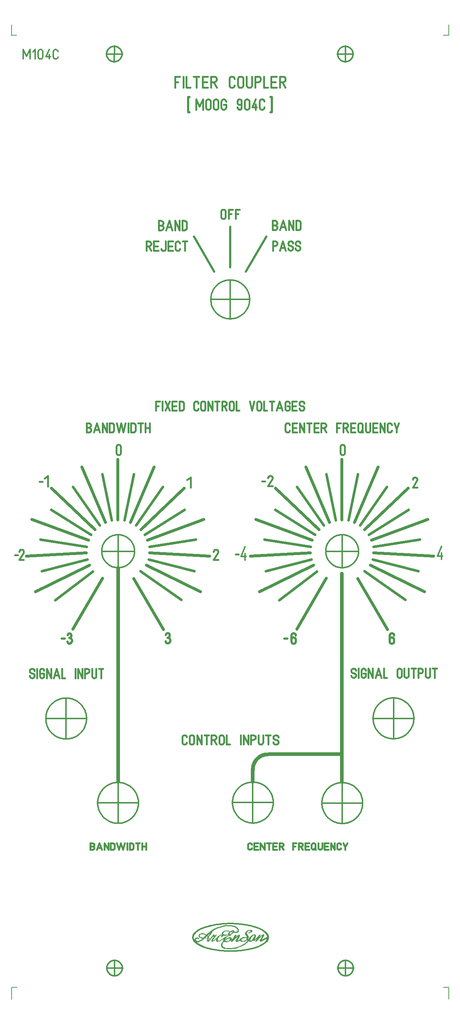
<source format=gbr>
G04 CAM350/DFMSTREAM V12.1 (Build 1022) Date:  Sat Oct 02 15:18:18 2021 *
G04 Database: D:\Mes documents\Projects\Modular Synth\M104x VCF\M104C Filter Coupler\Front panel design\CAM350\M104C.cam *
G04 Layer 16: M104Cfrontpanel.gbr *
%FSLAX23Y23*%
%MOIN*%
%SFA1.000B1.000*%

%MIA0B0*%
%IPPOS*%
%ADD10C,0.00551*%
%ADD11C,0.00787*%
%ADD12C,0.01024*%
%ADD13C,0.01102*%
%ADD14C,0.01181*%
%ADD15C,0.01260*%
%ADD16C,0.01496*%
%ADD17C,0.01575*%
%ADD18C,0.01654*%
%ADD19C,0.01732*%
%ADD70C,0.01890*%
%ADD71C,0.02047*%
%ADD20C,0.02205*%
%ADD21C,0.02677*%
%ADD22C,0.03465*%
%LNM104Cfrontpanel.gbr*%
%LPD*%
G54D10*
X2023Y625D02*
G01X2028Y629D01*
X2031Y630*
X2033Y632*
X2037*
X2041*
X2044Y630*
X2038Y631*
X2036*
X2033Y630*
X2031Y628*
X2029Y627*
X2028Y624*
X2032Y623*
X2034Y621*
X2041Y620*
X1951Y596D02*
G01X1956D01*
X1959Y594*
X1963*
X1968Y593*
X1973*
X1979*
X1984*
X1989Y594*
X1993*
X1998Y596*
X2002Y595*
X1995Y594*
X1987Y593*
X1981Y592*
X1975Y591*
X1968*
X1955*
X2005Y595D02*
G01X2009Y598D01*
X2012Y599*
X2016Y600*
X2022Y602*
X2028Y604*
X2032Y606*
X2036Y608*
X2039Y610*
X2040Y612*
X2041Y615*
X2051Y620*
X2049Y616*
X2042Y612*
X2037Y608*
X2032Y606*
X2026Y603*
X2021Y600*
X2014Y598*
X1860Y590D02*
G01X1864Y595D01*
X1866Y596*
X1868Y597*
X1880Y588D02*
G01X1884Y591D01*
X1890Y593*
X1886Y589*
X1958Y563D02*
G01X1956Y556D01*
X1955Y551*
Y546*
X1954Y542*
X1955Y540*
X1956Y536*
X1959Y533*
X1963*
X1966Y532*
X1969Y531*
X1972*
X1981*
X1986Y532*
X1991Y533*
X2002Y536*
X2010Y538*
X2019Y543*
X2030Y548*
X2041Y556*
X2038Y555*
X2024Y547*
X2025Y550*
X2026Y557*
Y561*
Y564*
X2022Y566*
X2020Y568*
X2014*
X2009*
X2003Y565*
X1995Y562*
X1986Y558*
X1977Y553*
X1969Y548*
X1965Y545*
X1964Y549*
X1965Y554*
X1967Y558*
X1969Y561*
X1971Y565*
X1977Y570*
X1981Y573*
X1984Y576*
X1990Y579*
X1967Y567D02*
G01X1961Y557D01*
X1959Y547*
X1960Y539*
X1965Y542*
Y543*
X1963*
X1964Y542*
X1967Y545*
X1963Y541D02*
G01X1967Y545D01*
X1975Y550*
X1984Y556*
X1991Y560*
X1994Y561*
X1999Y564*
X2004*
X2010*
X2014Y563*
X2016Y561*
X2017Y557*
Y553*
X2016Y550*
X2014Y546*
X2012Y544*
X2009Y541*
X2005Y538*
X2000Y536*
X1994Y534*
X1989Y533*
X1982*
X1976*
X1972Y534*
X1970Y535*
X1968Y537*
X1966Y539*
X1964Y537*
X2015Y565D02*
G01X2022Y561D01*
Y553*
X2020Y545*
X2041Y553D02*
G01Y557D01*
X2060Y588*
X2061Y589*
X2067Y591*
X2064Y590*
X2068Y592*
X2071*
X2072*
X2062Y577*
X2057Y564*
X2061Y566*
X2064Y568*
X2065Y569*
X2073Y577*
X2080Y582*
X2085Y585*
X2089Y589*
X2093Y591*
X2095Y592*
X2096Y593*
X2100*
X2103Y590*
X2104Y589*
Y585*
X2099Y576*
X2081Y547*
X2080Y544*
Y541*
X2082Y539*
X2085Y538*
X2089Y539*
X2093Y541*
X2099Y545*
X2104Y548*
X2107Y549*
X2108Y553*
X2109Y555*
X2112Y558*
X2116Y561*
X2121Y564*
X2126Y565*
X2132Y568*
X2137Y569*
X2143*
X2150Y570*
X2156*
X2161Y569*
X2166*
X2171Y566*
X2179Y558*
X2184Y547*
X2037Y549D02*
G01X2033Y544D01*
X2027Y532*
X2034Y533*
X2040Y539*
X2049Y549*
X2061Y563*
X2072Y573*
X2081Y581*
X2087Y585*
X2093*
X2094*
X2092Y578*
X2073Y550*
X2069Y543*
X2068Y540*
Y535*
X2069Y533*
X2071Y532*
X2073*
X2078*
X2081Y533*
X2095Y539*
X2103Y543*
X2108Y544*
X2109Y542*
X2110Y540*
X2112Y538*
X2116Y536*
X2119Y535*
X2124Y534*
X2137Y535*
X2144Y536*
X2150Y537*
X2158Y541*
X2164Y546*
X2171Y551*
X2175Y555*
X2172Y561*
X2171Y563*
X2169Y565*
X2166Y566*
X2160Y568*
X2157Y569*
X2151*
X2144Y567*
X2136Y566*
X2131Y564*
X2126Y562*
X2123Y560*
X2120Y555*
X2118Y552*
X2116Y548*
X2117Y544*
X2120Y540*
X2122Y537*
X2126Y536*
X2130*
X2139*
X2145Y537*
X2151Y539*
X2157Y543*
X2163Y547*
X2167Y551*
X2169Y555*
X2170Y557*
X2172Y561*
X2120Y560D02*
G01X2114Y553D01*
X2108Y548*
X2112*
X2115Y541*
X2082Y535D02*
G01X2076Y537D01*
X2073*
X2075Y541*
X2088Y565*
X2100Y586*
X2095Y588*
X2065Y589D02*
G01X2033Y537D01*
X2057Y565*
X1958Y542D02*
G01X1955Y537D01*
X1946Y527*
X1941Y519*
X1937Y510*
X1935Y505*
Y494*
X1937Y490*
X1939Y486*
X1943Y481*
X1948Y477*
X1955Y474*
X1960Y471*
X1970Y469*
X1967Y470D02*
G01X1969Y469D01*
X1979Y468*
X1985Y467*
X2023*
X2048Y468*
X2058Y470*
X2071Y473*
X2083Y477*
X2077Y474D02*
G01X2087Y478D01*
X2104Y485*
X2116Y490*
X2128Y496*
X2143Y503*
X2153Y510*
X2163Y518*
X2169Y524*
X2174Y529*
X2178Y533*
X2180Y537*
X2183Y543*
X2177Y551*
Y546*
X2175Y540*
X2171Y533*
X2166Y527*
X2159Y521*
X2148Y511*
X2137Y505*
X2128Y499*
X2118Y494*
X2105Y489*
X2093Y483*
X2081Y479*
X2066Y475*
X2057Y474*
X2047Y472*
X2035Y470*
X2025*
X2004Y469*
X1995*
X1985Y470*
X1977*
X1970Y473*
X1963Y476*
X1957Y478*
X1953Y481*
X1950Y483*
X1946Y486*
X1944Y490*
X1943Y493*
X1942Y496*
X1941Y500*
X1942Y505*
X1943Y510*
X1944Y515*
X1947Y521*
X1950Y526*
X1954Y531*
X1958Y535*
X1936Y501D02*
G01X1943Y487D01*
X1951Y478*
X2171Y526D02*
G01X2183Y546D01*
X2171Y563D02*
G01X2172Y568D01*
X2173Y570*
Y573*
X2171Y577*
X2163Y590*
X2160Y595*
X2158Y598*
X2157Y601*
Y608*
X2159Y612*
X2160Y617*
X2164Y621*
X2169Y626*
X2174Y629*
X2180Y632*
X2185Y634*
X2191Y636*
X2194Y637*
X2208*
X2211Y636*
X2215Y633*
Y631*
Y627*
X2213Y622*
X2209Y618*
X2203Y615*
X2196Y613*
X2190Y612*
X2187*
X2182*
X2183*
X2188*
X2190Y613*
X2199Y616*
X2203Y619*
X2205Y620*
X2207Y624*
X2208Y626*
Y628*
X2207Y631*
X2206Y632*
X2204Y633*
X2202Y634*
X2199Y635*
X2194*
X2191*
X2188Y634*
X2183Y632*
X2179Y630*
X2175Y628*
X2171Y624*
X2168Y620*
X2167Y616*
X2166Y610*
X2167Y605*
X2169Y600*
X2179Y585*
X2182Y580*
X2183Y574*
Y568*
X2181Y565*
X2179Y561*
X2175Y563*
X2179Y577*
X2176*
X2174Y585*
X2171*
X2165Y596*
X2162Y604*
X2163Y616*
X2170Y626*
X2179Y632*
X2187Y634*
X2195Y636*
X2206*
X2211Y632*
Y624*
X2186Y547D02*
G01X2187Y551D01*
X2188Y552*
X2189Y556*
X2191Y561*
X2193Y565*
X2199Y573*
X2203Y577*
X2208Y581*
X2213Y585*
X2219Y589*
X2223Y592*
X2229Y594*
X2234Y595*
X2239*
X2244Y594*
X2246Y593*
X2249Y590*
X2250Y585*
Y581*
X2249Y576*
X2246Y569*
X2244Y565*
X2241Y560*
X2238Y556*
X2234Y553*
X2235Y552*
X2223Y542*
X2219Y539*
X2213Y537*
X2207Y535*
X2203Y533*
X2197*
X2194Y534*
X2191Y536*
X2189Y539*
X2187Y541*
X2198Y545*
Y548*
X2199Y553*
X2201Y558*
X2203Y562*
X2207Y568*
X2210Y573*
X2213Y577*
X2216Y581*
X2219Y585*
X2222Y588*
X2226Y590*
X2230Y592*
X2233Y593*
X2235*
X2239Y592*
X2241Y589*
X2242Y586*
Y581*
Y578*
X2241Y579*
X2235Y573*
X2231Y567*
X2229Y561*
X2227Y557*
X2226Y552*
X2224Y549*
X2221Y545*
X2217Y542*
X2213Y539*
X2209Y537*
X2206*
X2203*
X2202Y539*
X2199Y540*
X2198Y544*
X2192Y540*
X2197Y537*
X2191Y545*
X2192Y549*
X2199Y565*
X2211Y579*
X2223Y591*
X2232Y594*
X2241*
X2246Y585*
X2244Y573*
X2226Y548*
X2242Y573*
X2313Y632D02*
G01X2327Y623D01*
X2339Y612*
X2346Y603*
X2352Y596*
X2356Y587*
X2359Y577*
X2354Y559*
Y552*
X2333Y518D02*
G01X2341Y532D01*
X2347Y541*
X2351Y546*
X2352Y549*
X2355Y557*
X2344Y620D02*
G01X2348Y617D01*
X2357Y606*
X2363Y598*
X2367Y591*
X2368Y584*
X2369Y577*
Y563*
Y559*
X2367Y552*
X2362Y544*
X2358Y537*
X2352Y530*
X2224Y547D02*
G01X2228Y544D01*
X2233Y542*
X2235Y543*
X2239Y545*
X2243Y547*
X2257Y559*
X2262Y557*
Y555*
X2261Y554*
X2250Y535*
X2258Y537*
X2260Y538*
X2266Y545*
X2274Y554*
X2282Y565*
X2288Y571*
X2296Y578*
X2302Y583*
X2307Y587*
X2311Y589*
X2316*
X2314Y582*
X2311Y577*
X2292Y546*
X2290Y542*
X2291Y539*
X2292Y537*
X2294Y535*
X2297*
X2301Y536*
X2304Y537*
X2354Y564*
X2362Y576*
X2357Y573*
X2302Y544*
X2304Y551*
X2324Y582*
X2326Y588*
X2327Y591*
X2326Y594*
X2324Y595*
X2320*
X2315Y594*
X2309Y591*
X2301Y585*
X2286Y571*
X2282Y566*
Y575*
Y578*
X2294Y594*
Y595*
X2289Y594*
X2285Y593*
X2282Y590*
X2277Y580*
X2259Y564*
X2248Y553*
X2243Y549*
X2241*
X2237*
X2232Y545*
X2238Y546*
X2246Y551*
X2254Y557*
X2265Y563*
X2263Y553*
X2257Y541*
X2280Y568*
X2266Y558*
X2281Y574*
X2265Y564*
X2282Y580*
X2289Y592*
X2274Y566*
X2285Y570*
X2288Y573*
X2293Y577*
X2301Y584*
X2309Y589*
X2319Y593*
X2324Y592*
X2293Y541*
X2299Y543*
X2297Y538*
X2354Y568*
X2296Y537*
X2298Y547*
X2321Y589*
X2163Y594D02*
G01X2171Y582D01*
X2179Y579*
X2178Y574D02*
G01X2173Y588D01*
X2167Y599*
X2159Y602*
X2167Y592*
X2179Y564*
X2175Y554*
X2183Y548*
X2191Y544*
X2195Y563*
X1958Y550D02*
G01X1959Y538D01*
X1968Y533*
G54D11*
X2015Y623D02*
G01X2010Y619D01*
X2006Y616*
X2004Y614*
X2002Y611*
X2001Y608*
X2000Y604*
Y600*
Y596*
X2002*
X2008Y592*
X2025Y626D02*
G01X2028Y628D01*
X2022Y623*
X2030Y621*
X2035Y620*
X2041Y619*
X2052Y620*
X2048D02*
G01X2049D01*
Y624*
Y626*
X2048Y629*
X2046Y630*
X2044Y631*
X2041Y632*
X2047*
X2051Y630*
X2053Y628*
X2054*
X2053Y624*
X4026Y114D02*
G01X3975D01*
X55D02*
G01X5D01*
X54Y8849D02*
G01X4D01*
X4026D02*
G01X3975D01*
X4026Y112D02*
G01Y5D01*
Y8852D02*
G01Y8947D01*
X925Y4112D02*
G01X1041D01*
X983Y4171D02*
G01Y4054D01*
X2985Y4112D02*
G01X3101D01*
X3043Y4171D02*
G01Y4054D01*
X1957Y6427D02*
G01X2073D01*
X2015Y6485D02*
G01Y6368D01*
X5Y8851D02*
G01Y8946D01*
Y112D02*
G01Y4D01*
X1799Y591D02*
G01X1797Y593D01*
X1791Y596*
X1786Y599*
X1783Y600*
X1778Y603*
X1773Y604*
X1766Y605*
X1762Y606*
X1754*
X1747Y604*
X1742*
X1738Y601*
X1734Y598*
X1731Y594*
X1729Y591*
X1728Y586*
Y584*
X1730Y580*
X1728Y581*
X1730Y578*
X1734Y574*
X1730Y578*
X1732Y576*
X1734Y573*
X1738Y571*
X1741Y569*
X1744*
X1749Y567*
Y566*
X1754Y565*
X1761*
X1775Y564*
X1790Y565*
X1793*
X1763Y564*
X1754Y565*
X1748Y568*
X1743Y570*
X1738Y573*
X1736Y575*
X1734Y577*
Y578*
X1733Y581*
X1732Y583*
Y586*
X1733Y589*
Y592*
X1734Y595*
X1737Y597*
X1741Y600*
X1746Y603*
X1752Y604*
X1758*
X1767*
X1775Y603*
X1780Y600*
X1783Y598*
X1790Y595*
X1793Y593*
X1797Y591*
X1791Y585*
X1776Y570*
X1770Y565*
X1786Y578D02*
G01X1798Y593D01*
X1805Y599*
X1811Y605*
X1817Y609*
X1820Y612*
X1797Y590D02*
G01X1801Y585D01*
X1808Y581*
X1813Y574*
X1809Y569*
X1807Y564*
X1806Y560*
X1805Y555*
X1804Y550*
X1805Y545*
X1806Y541*
X1809Y537*
X1810Y535*
X1811Y533*
X1813Y534*
X1817Y536*
X1822Y541*
X1833Y554*
X1838Y561*
X1843Y566*
X1852Y577*
X1853Y579*
X1852Y578*
X1869Y580*
X1868Y575*
Y572*
X1862Y566*
X1857Y560*
X1853Y554*
X1850Y549*
X1848Y545*
X1846Y541*
Y538*
X1847Y537*
X1849Y535*
X1852*
X1856*
X1862Y538*
X1868Y542*
X1876Y549*
X1884Y555*
X1892Y564*
X1900Y571*
X1907Y579*
X1911Y583*
X1916Y586*
X1921Y589*
X1925Y591*
X1929Y593*
X1931Y594*
X1938*
X1947*
X1798Y593D02*
G01X1803Y588D01*
X1817Y571*
X1810Y563*
X1809Y559*
X1807Y555*
X1806Y550*
Y545*
X1807Y541*
X1809Y538*
X1814Y540*
X1815Y541*
X1816Y543*
Y545*
X1818Y549*
Y551*
X1819Y554*
Y558*
Y567*
Y565*
X1820Y561*
Y557*
X1821Y549*
X1824*
X1826Y550*
X1828Y552*
X1832Y556*
X1838Y562*
X1844Y569*
X1849Y577*
X1852Y581*
X1856Y585*
X1859Y589*
X1861Y592*
X1864Y594*
X1862Y589*
X1865Y586*
X1868Y585*
Y586*
X1872*
X1876Y587*
X1880Y589*
X1883*
X1887Y591*
X1868Y568*
X1859Y553*
X1856Y549*
Y545*
X1855Y541*
X1857Y539*
X1859*
X1860Y538*
X1855Y537*
X1850Y541*
X1813Y573D02*
G01X1816Y579D01*
X1821Y588*
X1827Y596*
X1833Y605*
X1838Y612*
X1843Y619*
X1844Y623*
X1853Y628*
X1847Y619*
X1842Y610*
X1836Y601*
X1829Y593*
X1824Y585*
X1816Y574*
X1848Y622D02*
G01X1854Y628D01*
X1858Y632*
X1861Y636*
X1865Y639*
X1869Y642*
X1872Y644*
X1875Y646*
X1877Y648*
X1881Y649*
X1885Y652*
X1888Y653*
X1893Y656*
X1896Y657*
X1901Y659*
X1697Y539D02*
G01Y546D01*
X1695Y549*
Y551*
X1696Y554*
X1698Y556*
X1699Y557*
X1700Y559*
X1703Y561*
X1705Y562*
X1710Y564*
X1714*
X1888Y560D02*
G01Y552D01*
Y543*
X1889Y541*
X1891Y538*
X1892Y537*
X1895Y535*
X1898Y534*
X1901*
X1904*
X1910Y536*
X1916Y537*
X1922Y540*
X1927Y543*
X1935Y549*
X1943Y554*
X1947Y557*
X1953Y561*
X1961Y565*
X1971Y572*
X1978Y575*
X1981Y577*
X1986Y579*
X1991Y581*
X1997Y584*
X2002Y585*
X2007Y586*
X2012Y589*
X2016*
X2021*
X2022Y590*
X2018Y591*
X2015Y593*
X2010Y595*
X2008Y597*
X2007Y599*
X2006Y601*
Y604*
X2007Y607*
X2008Y610*
X2009Y613*
X2011Y616*
X2013Y619*
X2019Y624*
X2024Y627*
X2028Y628*
X1927Y592D02*
G01X1923Y589D01*
X1919Y585*
X1914Y580*
X1910Y574*
X1907Y570*
X1904Y565*
X1901Y560*
X1899Y554*
X1898Y549*
Y545*
X1899Y542*
X1900Y540*
X1903Y538*
X1905Y537*
X1908*
X1911*
X1914*
X1916*
X1903Y569D02*
G01X1894Y558D01*
Y551*
X1895Y540*
X1858Y582D02*
G01X1875Y583D01*
X1932Y576D02*
G01X1931D01*
X1935Y579*
X1938Y581*
X1939Y585*
Y587*
Y590*
Y593*
X1937*
X1934*
X1932Y576D02*
G01Y575D01*
X1937Y577*
X1941Y578*
X1943Y581*
X1946Y584*
X1947Y585*
Y588*
X1950Y591*
X1954Y593*
X1955Y592*
X1943Y596*
Y597*
Y606*
Y609*
X1945Y612*
X1947Y615*
X1948Y618*
X1952Y621*
X1955Y624*
X1959Y625*
X1963Y628*
X1968Y629*
X1972Y630*
X1978*
X1985*
X1990Y629*
X1994Y628*
X2001*
X2006Y626*
X2011Y624*
X2014*
X2019*
X1955Y593D02*
G01Y595D01*
X1951Y596*
Y599*
Y600*
X1950Y601*
X1949Y603*
Y604*
Y608*
X1950Y611*
Y613*
X1951Y616*
X1953Y618*
X1955Y620*
X1957Y623*
X1960Y625*
X1963Y627*
G54D12*
X1686Y534D02*
G01X1689Y545D01*
X1691Y550*
Y554*
X1693Y557*
X1695Y561*
X1697Y563*
X1699Y564*
X1702Y565*
X1704*
X1722Y534D02*
G01X1732Y538D01*
X1741Y542*
X1747Y546*
X1755Y551*
X1764Y557*
X1778Y569*
X1807Y598*
X1817Y608*
X1829Y619*
X1837Y626*
X1848Y634*
X1860Y642*
X1873Y649*
X1890Y656*
X1907Y662*
X1923Y667*
X1941Y672*
X1957Y676*
X1970Y678*
X1981Y679*
X2017*
X2029Y678*
X2037Y677*
X2052Y672*
X2065Y666*
X2076Y659*
X2082Y654*
X2087Y648*
X2089Y640*
Y633*
X2088Y628*
X2085Y624*
X2080Y621*
X2073Y619*
X2061Y618*
X2053*
X2074Y660D02*
G01X2080Y656D01*
X2083Y652*
X2086Y647*
X2088Y640*
Y635*
X2086Y629*
X2084Y625*
X2082Y624*
X2080Y622*
X1844Y463D02*
G01X1806Y474D01*
X1774Y486*
X1759Y492*
X1746Y498*
X1734Y505*
X1726Y509*
X1719Y513*
X1715Y516*
X1710Y520*
X1707Y523*
Y525*
X1702Y533*
X1766Y559D02*
G01X1781Y570D01*
X1786Y577*
X1793Y584*
X1802Y593*
X1810Y600*
X1816Y606*
X1821Y612*
G54D13*
X1723Y535D02*
G01X1722D01*
X1721*
Y534*
X1720*
X1719*
Y534*
X1718*
X1717*
X1716*
X1715*
X1714*
X1713*
X1712*
X1711*
Y535*
X1710*
X1709*
X1708*
Y536*
X1707*
X1706Y537*
X1705*
X1704*
X1703*
Y538*
X1702*
X1701Y539*
X1700Y540*
X1699Y541*
X1698Y542*
X1697Y543*
Y544*
X1696*
Y545*
X1695*
Y546*
Y547*
Y548*
Y549*
X1694*
Y550*
Y551*
Y552*
Y553*
Y554*
Y555*
X1695*
Y556*
Y557*
Y558*
X1696*
Y559*
Y560*
X1697*
X1698*
Y561*
X1699*
X1700Y562*
X1701Y563*
X1702*
X1703Y564*
X1704*
Y565*
X1705*
X1706*
X1707*
X1708*
X1709*
X1710*
X1711*
X1712*
X1713*
X1714*
X1715*
X1716*
X1717*
X1718*
X1719*
Y565*
X1720Y564*
X1721*
X1722*
Y563*
X1723Y562*
X1724*
Y561*
X1725*
X1726*
Y560*
X1727*
G54D14*
X985Y1993D02*
G01Y1618D01*
X2380Y1705D02*
G01X2378Y1702D01*
X2376Y1699*
X2374Y1695*
X2372Y1693*
X2369Y1690*
X2367Y1687*
X2364Y1684*
X2362Y1681*
X2360Y1679*
X2357Y1675*
X2354Y1673*
X2352Y1671*
X2349Y1668*
X2346Y1666*
X2344Y1663*
X2341Y1661*
X2338Y1659*
X2336Y1657*
X2333Y1656*
X2329Y1653*
X2326Y1651*
X2323Y1649*
X2320Y1648*
X2317Y1645*
X2313Y1644*
X2309Y1642*
X2306Y1640*
X2303Y1639*
X2300Y1637*
X2296Y1636*
X2293Y1634*
X2289Y1633*
X2285Y1632*
X2282Y1630*
X2280Y1629*
X2276Y1628*
X2273Y1627*
X2269Y1626*
X2266Y1625*
X2262Y1624*
X2258*
X2254Y1623*
X2250*
X2246Y1622*
X2243*
X2239Y1621*
X2235*
X2232*
X2228*
X2224*
X2221*
X2218*
X2214*
X2211*
X2207Y1622*
X2203*
X2199Y1623*
X2195*
X2192Y1624*
X2188*
X2184Y1625*
X2181Y1626*
X2177Y1627*
X2174Y1628*
X2170Y1629*
X2167Y1630*
X2163Y1632*
X2159Y1633*
X2156Y1634*
X2153Y1636*
X2150Y1637*
X2146Y1639*
X2143Y1640*
X2140Y1642*
X2136Y1644*
X2133Y1645*
X2130Y1648*
X2127Y1649*
X2124Y1651*
X2120Y1653*
X2117Y1656*
X2114Y1657*
X2112Y1659*
X2108Y1661*
X2105Y1663*
X2103Y1666*
X2100Y1668*
X2097Y1671*
X2094Y1673*
X2093Y1676*
X2090Y1679*
X2088Y1681*
X2085Y1684*
X2082Y1687*
X2080Y1690*
X2077Y1693*
X2075Y1695*
X2073Y1699*
X2071Y1702*
X2069Y1705*
X2066Y1708*
X2065Y1711*
X2063Y1715*
X2061Y1718*
X2059Y1720*
X2057Y1723*
X2056Y1726*
X2054Y1730*
X2053Y1734*
X2051Y1737*
X2050Y1740*
X2049Y1743*
X2047Y1747*
X2046Y1750*
X2045Y1754*
X2044Y1758*
X2043Y1761*
X2042Y1765*
X2041Y1768*
Y1772*
X2040Y1776*
X2039Y1779*
Y1782*
X2038Y1786*
Y1789*
X2037Y1793*
Y1797*
Y1801*
Y1805*
Y1809*
Y1812*
Y1816*
Y1820*
Y1823*
X2038Y1827*
Y1831*
X2039Y1834*
Y1838*
X2040Y1841*
X2041Y1844*
Y1848*
X2042Y1852*
X2043Y1856*
X2044Y1859*
X2045Y1863*
X2046Y1866*
X2047Y1870*
X2049Y1873*
X2050Y1877*
X2051Y1880*
X2053Y1884*
X2054Y1888*
X2056Y1891*
X2057Y1894*
X2059Y1897*
X2061Y1900*
X2063Y1904*
X2065Y1907*
X2066Y1909*
X2069Y1912*
X2071Y1915*
X2073Y1919*
X2075Y1922*
X2077Y1924*
X2080Y1927*
X2082Y1931*
X2085Y1933*
X2088Y1936*
X2090Y1939*
X2093Y1942*
X2094Y1944*
X2097Y1947*
X2100Y1949*
X2103Y1951*
X2105Y1954*
X2108Y1956*
X2112Y1959*
X2114Y1961*
X2117Y1963*
X2120Y1965*
X2124Y1967*
X2127Y1969*
X2130Y1970*
X2133Y1972*
X2136Y1974*
X2140Y1975*
X2143Y1977*
X2146Y1978*
X2150Y1980*
X2153Y1982*
X2156*
X2159Y1984*
X2163Y1986*
X2167*
X2170Y1987*
X2174Y1989*
X2177Y1990*
X2181*
X2184Y1991*
X2188Y1992*
X2192Y1993*
X2195Y1994*
X2199*
X2203*
X2207Y1995*
X2211*
X2214Y1996*
X2218*
X2221*
X2224*
X2228*
X2232*
X2235*
X2239Y1995*
X2243*
X2246Y1994*
X2250*
X2254*
X2258Y1993*
X2262Y1992*
X2266Y1991*
X2269Y1990*
X2273*
X2276Y1989*
X2280Y1987*
X2282Y1986*
X2285*
X2289Y1984*
X2293Y1982*
X2297*
X2300Y1980*
X2303Y1978*
X2306Y1977*
X2309Y1975*
X2313Y1974*
X2317Y1972*
X2320Y1970*
X2323Y1969*
X2326Y1967*
X2329Y1965*
X2333Y1963*
X2336Y1961*
X2338Y1959*
X2341Y1956*
X2344Y1954*
X2346Y1951*
X2349Y1949*
X2352Y1947*
X2354Y1944*
X2357Y1941*
X2360Y1939*
X2362Y1936*
X2364Y1933*
X2367Y1931*
X2369Y1927*
X2372Y1924*
X2374Y1922*
X2376Y1919*
X2378Y1915*
X2380Y1912*
X2383Y1909*
X2384Y1907*
X2387Y1904*
X2388Y1900*
X2390Y1897*
X2392Y1894*
X2394Y1891*
X2396Y1888*
X2397Y1884*
X2399Y1880*
X2400Y1877*
X2401Y1873*
X2402Y1870*
X2404Y1866*
Y1863*
X2406Y1859*
X2407Y1856*
Y1852*
Y1848*
X2408Y1844*
X2409Y1841*
X2410Y1838*
Y1834*
X2411Y1831*
Y1827*
Y1823*
Y1820*
Y1816*
Y1812*
X2412Y1809*
X2411Y1805*
Y1801*
Y1797*
Y1793*
Y1789*
Y1786*
X2410Y1782*
Y1779*
X2409Y1776*
X2408Y1772*
X2407Y1768*
Y1765*
Y1761*
X2406Y1758*
X2404Y1754*
Y1750*
X2402Y1747*
X2401Y1743*
X2400Y1740*
X2398Y1737*
X2397Y1734*
X2396Y1730*
X2394Y1726*
X2392Y1723*
X2390Y1720*
X2388Y1718*
X2387Y1715*
X2384Y1711*
X2383Y1708*
X2380Y1705*
X2037Y1809D02*
G01X2411D01*
X2224Y1996D02*
G01Y1621D01*
X2164Y6327D02*
G01X2162Y6324D01*
X2160Y6321*
X2158Y6318*
X2156Y6315*
X2155Y6313*
X2152Y6309*
X2150Y6307*
X2148Y6305*
X2145Y6301*
X2143Y6299*
X2140Y6297*
X2137Y6294*
X2135Y6292*
X2132Y6289*
X2129Y6287*
X2127Y6285*
X2124Y6283*
X2120Y6282*
X2118Y6280*
X2115Y6278*
X2112Y6276*
X2109Y6274*
X2106Y6272*
X2103Y6270*
X2100Y6268*
X2096Y6266*
X2094Y6265*
X2091Y6264*
X2088Y6262*
X2085Y6261*
X2081Y6259*
X2078Y6258*
X2075Y6257*
X2071Y6256*
X2068Y6254*
X2065*
X2061Y6253*
X2057Y6252*
X2053Y6251*
X2050Y6250*
X2047*
X2043*
X2040Y6249*
X2036Y6248*
X2033*
X2030*
X2026Y6247*
X2023*
X2019*
X2016*
X2013*
X2009*
X2006*
X2002Y6248*
X1998*
X1995*
X1991Y6249*
X1988Y6250*
X1984*
X1981*
X1978Y6251*
X1974Y6252*
X1970Y6253*
X1968Y6254*
X1964Y6255*
X1961Y6256*
X1958Y6257*
X1955Y6258*
X1951Y6259*
X1947Y6261*
X1944Y6262*
X1941Y6264*
X1938Y6265*
X1935Y6266*
X1931Y6269*
X1928Y6270*
X1926Y6272*
X1923Y6274*
X1919Y6276*
X1916Y6278*
X1913Y6280*
X1911Y6282*
X1907Y6283*
X1906Y6285*
X1903Y6287*
X1900Y6289*
X1898Y6292*
X1895Y6294*
X1892Y6297*
X1890Y6299*
X1888Y6301*
X1885Y6305*
X1883Y6307*
X1880Y6309*
X1878Y6313*
X1876Y6315*
X1874Y6318*
X1872Y6321*
X1870Y6324*
X1868Y6327*
X1866Y6330*
X1864Y6333*
X1862Y6336*
X1860Y6339*
X1858Y6342*
X1856Y6344*
X1855Y6348*
X1854Y6351*
X1852Y6354*
X1851Y6357*
X1849Y6360*
X1848Y6364*
X1847Y6367*
X1846Y6371*
X1844Y6374*
Y6377*
Y6381*
X1843Y6384*
X1842Y6388*
X1841Y6392*
Y6395*
X1840Y6399*
Y6402*
X1839Y6406*
Y6408*
X1838Y6411*
Y6415*
Y6419*
Y6423*
Y6426*
Y6429*
Y6433*
Y6436*
Y6440*
X1839Y6443*
Y6447*
X1840Y6451*
Y6454*
X1841Y6458*
Y6461*
X1842Y6464*
X1843Y6468*
X1844Y6470*
Y6474*
X1845Y6478*
X1846Y6481*
X1847Y6484*
X1848Y6487*
X1849Y6490*
X1851Y6494*
X1852Y6498*
X1854Y6501*
X1855Y6504*
X1856Y6507*
X1859Y6510*
X1860Y6514*
X1862Y6516*
X1864Y6519*
X1866Y6522*
X1868Y6526*
X1870Y6529*
X1872Y6531*
X1874Y6533*
X1876Y6536*
X1878Y6539*
X1880Y6541*
X1883Y6544*
X1885Y6547*
X1888Y6549*
X1890Y6552*
X1892Y6554*
X1895Y6557*
X1898Y6559*
X1900Y6561*
X1903Y6564*
X1906Y6566*
X1907Y6568*
X1911Y6570*
X1913Y6572*
X1916Y6574*
X1919Y6576*
X1923Y6578*
X1926Y6580*
X1928Y6581*
X1931Y6584*
X1935Y6585*
X1938Y6587*
X1941Y6588*
X1944Y6589*
X1948Y6591*
X1951Y6593*
X1955*
X1958Y6594*
X1961Y6595*
X1964Y6596*
X1968Y6597*
X1970Y6598*
X1974Y6599*
X1978Y6600*
X1981*
X1984Y6601*
X1988Y6602*
X1991*
X1995Y6603*
X1998*
X2002Y6604*
X2006*
X2009*
X2013*
X2016*
X2019*
X2023*
X2026*
X2030*
X2033Y6603*
X2036*
X2040Y6602*
X2043*
X2047Y6601*
X2050Y6600*
X2053*
X2057Y6599*
X2061Y6598*
X2065Y6597*
X2068Y6596*
X2071Y6595*
X2075Y6594*
X2078Y6593*
X2081*
X2085Y6591*
X2088Y6589*
X2091Y6588*
X2094Y6587*
X2096Y6585*
X2100Y6583*
X2103Y6581*
X2106Y6580*
X2109Y6578*
X2112Y6576*
X2115Y6574*
X2118Y6572*
X2120Y6570*
X2124Y6568*
X2127Y6566*
X2129Y6564*
X2132Y6561*
X2135Y6559*
X2137Y6557*
X2140Y6554*
X2143Y6552*
X2145Y6549*
X2148Y6547*
X2150Y6544*
X2152Y6541*
X2155Y6539*
X2156Y6536*
X2158Y6533*
X2160Y6531*
X2162Y6529*
X2164Y6526*
X2166Y6522*
X2168Y6519*
X2170Y6516*
X2171Y6514*
X2174Y6510*
X2175Y6507*
X2177Y6504*
X2178Y6501*
X2179Y6498*
X2181Y6494*
X2183Y6490*
Y6487*
X2185Y6484*
X2186Y6481*
X2187Y6478*
X2188Y6474*
X2189Y6470*
X2190Y6468*
X2191Y6464*
Y6461*
X2192Y6458*
Y6454*
X2193Y6451*
X2194Y6447*
Y6443*
Y6440*
X2195Y6436*
Y6433*
Y6429*
Y6426*
Y6423*
Y6419*
Y6415*
X2194Y6411*
Y6408*
Y6406*
X2193Y6402*
X2192Y6399*
Y6395*
X2191Y6392*
Y6388*
X2190Y6384*
X2189Y6381*
X2188Y6377*
X2187Y6374*
X2186Y6371*
X2185Y6367*
X2183Y6364*
Y6360*
X2181Y6357*
X2179Y6354*
X2178Y6351*
X2177Y6348*
X2175Y6344*
X2173Y6342*
X2171Y6339*
X2170Y6336*
X2168Y6333*
X2166Y6330*
X2164Y6327*
X2016Y6604D02*
G01Y6246D01*
X1837Y6425D02*
G01X2194D01*
X953Y364D02*
G01Y215D01*
X1009Y8638D02*
G01X1008Y8637D01*
X1007Y8636*
X1006Y8635*
Y8633*
X1005Y8632*
X1004Y8631*
X1002Y8630*
Y8629*
X1001Y8628*
X1000Y8627*
X998Y8626*
Y8625*
X997Y8624*
X996Y8623*
X994Y8622*
Y8621*
X992Y8620*
X991*
X990Y8619*
X989Y8618*
X988Y8617*
X986Y8616*
X984Y8615*
X983Y8614*
X982*
X981Y8613*
X979Y8612*
X978*
X977*
X975Y8611*
X974*
X973Y8610*
X971Y8609*
X970*
X969Y8608*
X968*
X967*
X966*
X964*
X963*
X961Y8607*
X960*
X959*
X957Y8606*
X955*
X953*
X951*
X950*
X949*
X947*
X946*
X944*
X943Y8607*
X942*
X940*
X939*
X938Y8608*
X936*
X935*
X933*
X932*
X931*
X929Y8609*
X928*
X927Y8610*
X925Y8611*
X924*
X923Y8612*
X921*
X920*
X919Y8613*
X918Y8614*
X916*
X915Y8615*
X914Y8616*
X913*
X911Y8617*
Y8618*
X910Y8619*
X908Y8620*
X907*
Y8621*
X906Y8622*
X904Y8623*
Y8624*
X903Y8625*
X902Y8626*
X900Y8627*
Y8628*
X899Y8629*
X898Y8630*
X896Y8631*
Y8632*
X895Y8633*
X894Y8635*
X893Y8636*
X892Y8637*
Y8638*
X891Y8640*
X890*
X889Y8642*
X888Y8643*
Y8644*
Y8645*
X887Y8647*
X886Y8648*
X885Y8649*
X884Y8651*
Y8652*
Y8653*
Y8654*
X883Y8656*
X882Y8657*
Y8657*
X881Y8659*
Y8660*
X880Y8661*
Y8663*
Y8664*
Y8666*
Y8667*
Y8668*
Y8670*
Y8671*
Y8672*
Y8674*
Y8675*
X879Y8677*
X880Y8678*
Y8679*
Y8681*
Y8683*
Y8685*
Y8687*
Y8688*
Y8689*
Y8691*
Y8692*
X881Y8694*
Y8695*
X882Y8696*
Y8698*
X883Y8699*
X884Y8700*
Y8702*
Y8703*
X885Y8704*
Y8706*
X886Y8707*
X887Y8708*
X888Y8710*
Y8711*
Y8712*
X889Y8713*
X890Y8715*
X891*
X892Y8717*
Y8718*
X893Y8719*
X894*
X895Y8720*
X896Y8722*
X898Y8723*
X899Y8725*
X900Y8726*
X902Y8727*
X903Y8728*
X904Y8730*
X906Y8731*
X907Y8732*
Y8733*
X908Y8734*
X910*
X911Y8735*
Y8736*
X913Y8737*
X914Y8738*
X915*
X916Y8739*
X918*
X919Y8740*
X920Y8741*
X921Y8742*
X923*
X924*
X925Y8743*
X927*
X928Y8744*
X929Y8745*
X931*
X932Y8746*
X933*
X935*
X936*
X938*
X939Y8747*
X940*
X942*
X943*
X944*
X946*
X947*
X949*
X950*
X951*
X953*
X955*
X957*
X959*
X960*
X961*
X963Y8746*
X964*
X966*
X967*
X968*
X969Y8745*
X970*
X971Y8744*
X973Y8743*
X974*
X975Y8742*
X977*
X978*
X979Y8741*
X981Y8740*
X982Y8739*
X983*
X984Y8738*
X986*
Y8737*
X988Y8736*
X989Y8735*
X990Y8734*
X991*
X992Y8733*
X994Y8732*
Y8731*
X996Y8730*
X997*
X998Y8728*
Y8727*
X1000Y8726*
X1001*
X1002Y8725*
Y8723*
X1004Y8722*
X1005*
X1006Y8720*
Y8719*
X1007*
X1008Y8718*
X1009Y8717*
X1010Y8715*
X1011Y8713*
X1012Y8712*
X1013Y8711*
Y8710*
X1014Y8708*
Y8707*
X1015Y8706*
X1016Y8704*
Y8703*
X1017Y8702*
Y8700*
X1018Y8699*
Y8698*
Y8696*
X1019Y8695*
Y8694*
X1020Y8692*
Y8691*
Y8689*
X1021Y8688*
Y8687*
Y8685*
Y8683*
Y8681*
Y8679*
Y8678*
Y8677*
Y8675*
Y8674*
Y8672*
Y8671*
Y8670*
Y8668*
Y8667*
Y8666*
X1020Y8664*
Y8663*
Y8661*
X1019Y8660*
Y8659*
X1018Y8657*
Y8657*
Y8656*
X1017Y8654*
Y8653*
X1016Y8652*
X1015Y8650*
Y8649*
X1014Y8648*
Y8647*
X1013Y8645*
Y8644*
X1012Y8643*
X1011Y8642*
X1010Y8640*
X1009Y8638*
X1111Y4031D02*
G01X1109Y4029D01*
X1108Y4026*
X1105Y4024*
X1104Y4022*
X1102Y4019*
X1100Y4017*
X1098Y4014*
X1096Y4012*
X1094Y4010*
X1093Y4008*
X1091Y4006*
X1089Y4004*
X1086Y4002*
X1084Y4000*
X1081Y3998*
X1079Y3996*
X1077Y3994*
X1074Y3992*
X1072Y3990*
X1069Y3989*
X1067Y3987*
X1065Y3986*
X1061Y3984*
X1059Y3982*
X1057Y3981*
X1053Y3979*
X1051Y3978*
X1049Y3977*
X1045Y3975*
X1043Y3974*
X1040Y3973*
X1037Y3972*
X1034Y3971*
X1032Y3970*
X1030Y3969*
X1027*
X1024Y3968*
X1021*
X1018Y3967*
X1015*
X1012Y3966*
X1009*
X1006Y3965*
X1003Y3964*
X1000*
X997*
X994Y3963*
X991*
X988*
X985*
X982*
X979*
X976*
X973Y3964*
X970*
X968*
X965Y3965*
X962Y3966*
X959*
X956Y3967*
X953*
X951Y3968*
X947*
X944Y3969*
X942*
X939Y3970*
X936Y3971*
X933Y3972*
X931Y3973*
X927Y3974*
X925Y3975*
X922Y3977*
X919Y3978*
X917Y3979*
X914Y3981*
X911Y3982*
X909Y3984*
X907Y3986*
X904Y3987*
X902Y3989*
X900Y3990*
X897Y3992*
X895Y3994*
X892Y3996*
X890Y3998*
X888Y4000*
X885Y4002*
X883Y4004*
X880Y4006*
X879Y4008*
X876Y4010*
X875Y4012*
X872Y4014*
X871Y4017*
X868Y4019*
X867Y4022*
X865Y4024*
X863Y4026*
X861Y4029*
X860Y4031*
X858Y4033*
X856Y4035*
X855Y4037*
X853Y4041*
X852Y4043*
X851Y4045*
X849Y4049*
X848Y4051*
X847Y4053*
X845Y4057*
X844Y4059*
Y4062*
X843Y4065*
X842Y4068*
X841Y4070*
Y4073*
X840Y4077*
X839Y4079*
X838Y4082*
X837Y4085*
Y4089*
Y4091*
X836Y4094*
Y4096*
X835Y4100*
Y4102*
Y4105*
Y4108*
Y4112*
Y4114*
Y4117*
Y4120*
Y4124*
Y4126*
Y4129*
X836Y4132*
Y4136*
X837Y4138*
Y4141*
Y4144*
X838Y4148*
X839Y4150*
X840Y4153*
X841Y4156*
Y4158*
X842Y4161*
X843Y4163*
X844Y4167*
Y4169*
X845Y4172*
X847Y4175*
X848Y4178*
X849Y4180*
X851Y4183*
X852Y4186*
X853Y4188*
X855Y4191*
X856Y4194*
X858Y4196*
X860Y4199*
X861Y4201*
X863Y4203*
X865Y4206*
X867Y4208*
X868Y4211*
X871Y4213*
X872Y4215*
X875Y4218*
X876Y4219*
X879Y4221*
X880Y4223*
X883Y4225*
X885Y4227*
X888Y4229*
X890Y4231*
X892Y4233*
X895Y4234*
X897Y4237*
X900Y4238*
X902Y4240*
X904Y4242*
X907Y4243*
X909Y4245*
X911Y4246*
X914Y4248*
X917Y4249*
X919Y4250*
X922Y4252*
X925Y4253*
X927Y4254*
X931Y4255*
X933Y4257*
X936Y4258*
X939*
X942Y4259*
X944Y4260*
X947Y4261*
X951Y4262*
X953*
X956Y4263*
X959Y4264*
X962*
X965Y4265*
X968*
X970Y4266*
X973*
X976*
X979*
X982*
X985*
X988*
X991*
X994*
X997*
X1000*
X1003Y4265*
X1006*
X1009Y4264*
X1012*
X1015Y4263*
X1018Y4262*
X1021*
X1024Y4261*
X1027Y4260*
X1030Y4259*
X1032Y4258*
X1034*
X1037Y4257*
X1040Y4255*
X1043Y4254*
X1045Y4253*
X1049Y4252*
X1051Y4250*
X1053Y4249*
X1057Y4248*
X1059Y4246*
X1061Y4245*
X1065Y4243*
X1067Y4242*
X1069Y4240*
X1072Y4238*
X1074Y4237*
X1077Y4234*
X1079Y4233*
X1081Y4231*
X1084Y4229*
X1086Y4227*
X1089Y4225*
X1091Y4223*
X1093Y4221*
X1094Y4219*
X1096Y4218*
X1098Y4215*
X1100Y4213*
X1102Y4211*
X1104Y4208*
X1105Y4206*
X1108Y4203*
X1109Y4201*
X1111Y4199*
X1112Y4196*
X1114Y4194*
X1116Y4191*
X1117Y4188*
X1119Y4186*
X1120Y4183*
X1121Y4180*
X1123Y4178*
X1124Y4175*
X1125Y4172*
X1126Y4169*
X1128Y4167*
Y4163*
X1129Y4161*
X1130Y4158*
X1131Y4156*
X1132Y4153*
Y4150*
X1133Y4148*
X1134Y4144*
X1135Y4141*
Y4138*
X1136Y4136*
Y4132*
Y4129*
Y4126*
Y4124*
Y4120*
Y4117*
X1137Y4114*
X1136Y4112*
Y4108*
Y4105*
Y4102*
Y4100*
Y4096*
Y4094*
X1135Y4091*
Y4089*
X1134Y4085*
X1133Y4082*
X1132Y4079*
Y4077*
X1131Y4073*
X1130Y4070*
X1129Y4068*
X1128Y4065*
Y4062*
X1126Y4059*
X1125Y4057*
X1124Y4053*
X1123Y4051*
X1121Y4049*
X1120Y4045*
X1119Y4043*
X1117Y4041*
X1116Y4037*
X1114Y4035*
X1112Y4033*
X1111Y4031*
X835Y4114D02*
G01X1136D01*
X985Y4266D02*
G01Y3963D01*
X876Y8677D02*
G01X1026D01*
X876*
X951Y8752D02*
G01X950Y8602D01*
X3171Y4031D02*
G01X3169Y4029D01*
X3167Y4026*
X3165Y4024*
X3163Y4022*
X3162Y4019*
X3159Y4017*
X3158Y4014*
X3156Y4012*
X3155Y4010*
X3152Y4008*
X3151Y4006*
X3148Y4004*
X3146Y4002*
X3144Y4000*
X3141Y3998*
X3139Y3996*
X3136Y3994*
X3134Y3992*
X3132Y3990*
X3129Y3989*
X3127Y3987*
X3124Y3986*
X3121Y3984*
X3119Y3982*
X3116Y3981*
X3113Y3979*
X3111Y3978*
X3108Y3977*
X3105Y3975*
X3103Y3974*
X3100Y3973*
X3097Y3972*
X3094Y3971*
X3093Y3970*
X3089Y3969*
X3087*
X3084Y3968*
X3081*
X3078Y3967*
X3075*
X3072Y3966*
X3069*
X3066Y3965*
X3063Y3964*
X3060*
X3057*
X3054Y3963*
X3051*
X3048*
X3045*
X3042*
X3039*
X3036*
X3033Y3964*
X3031*
X3028*
X3025Y3965*
X3022Y3966*
X3019*
X3016Y3967*
X3013*
X3010Y3968*
X3007*
X3004Y3969*
X3002*
X2998Y3970*
X2996Y3971*
X2993Y3972*
X2990Y3973*
X2987Y3974*
X2985Y3975*
X2982Y3977*
X2979Y3978*
X2977Y3979*
X2974Y3981*
X2971Y3982*
X2969Y3984*
X2967Y3986*
X2964Y3987*
X2962Y3989*
X2959Y3990*
X2957Y3992*
X2955Y3994*
X2952Y3996*
X2950Y3998*
X2947Y4000*
X2945Y4002*
X2943Y4004*
X2940Y4006*
X2939Y4008*
X2936Y4010*
X2935Y4012*
X2932Y4014*
X2931Y4017*
X2928Y4019*
X2927Y4022*
X2925Y4024*
X2923Y4026*
X2921Y4029*
X2919Y4031*
X2918Y4033*
X2916Y4035*
X2915Y4037*
X2913Y4041*
X2911Y4043*
Y4045*
X2909Y4049*
X2907Y4051*
Y4053*
X2906Y4057*
X2905Y4059*
X2904Y4062*
X2903Y4065*
X2902Y4068*
X2901Y4070*
X2900Y4073*
Y4077*
X2899Y4079*
X2898Y4082*
X2897Y4085*
X2896Y4089*
Y4091*
Y4094*
Y4096*
X2895Y4100*
Y4102*
Y4105*
Y4108*
Y4112*
Y4114*
Y4117*
Y4120*
Y4124*
Y4126*
Y4129*
X2896Y4132*
Y4136*
Y4138*
Y4141*
X2897Y4144*
X2898Y4148*
X2899Y4150*
X2900Y4153*
Y4156*
X2901Y4158*
X2902Y4161*
X2903Y4163*
X2904Y4167*
X2905Y4169*
X2906Y4172*
X2907Y4175*
Y4178*
X2909Y4180*
X2911Y4183*
Y4186*
X2913Y4188*
X2915Y4191*
X2916Y4194*
X2918Y4196*
X2919Y4199*
X2921Y4201*
X2923Y4203*
X2925Y4206*
X2927Y4208*
X2928Y4211*
X2931Y4213*
X2932Y4215*
X2935Y4218*
X2936Y4219*
X2939Y4221*
X2940Y4223*
X2943Y4225*
X2945Y4227*
X2947Y4229*
X2950Y4231*
X2952Y4233*
X2955Y4234*
X2957Y4237*
X2959Y4238*
X2962Y4240*
X2964Y4242*
X2967Y4243*
X2969Y4245*
X2971Y4246*
X2974Y4248*
X2977Y4249*
X2979Y4250*
X2982Y4252*
X2985Y4253*
X2987Y4254*
X2990Y4255*
X2993Y4257*
X2996Y4258*
X2998*
X3002Y4259*
X3004Y4260*
X3007Y4261*
X3010Y4262*
X3013*
X3016Y4263*
X3019Y4264*
X3022*
X3025Y4265*
X3028*
X3031Y4266*
X3033*
X3036*
X3039*
X3042*
X3045*
X3048*
X3051*
X3054*
X3057*
X3060*
X3063Y4265*
X3066*
X3069Y4264*
X3072*
X3075Y4263*
X3078Y4262*
X3081*
X3084Y4261*
X3087Y4260*
X3089Y4259*
X3093Y4258*
X3094*
X3097Y4257*
X3100Y4255*
X3103Y4254*
X3105Y4253*
X3108Y4252*
X3111Y4250*
X3113Y4249*
X3116Y4248*
X3119Y4246*
X3121Y4245*
X3124Y4243*
X3127Y4242*
X3129Y4240*
X3132Y4238*
X3134Y4237*
X3136Y4234*
X3139Y4233*
X3141Y4231*
X3144Y4229*
X3146Y4227*
X3148Y4225*
X3151Y4223*
X3152Y4221*
X3155Y4219*
X3156Y4218*
X3158Y4215*
X3159Y4213*
X3162Y4211*
X3163Y4208*
X3165Y4206*
X3167Y4203*
X3169Y4201*
X3171Y4199*
X3172Y4196*
X3174Y4194*
X3175Y4191*
X3177Y4188*
X3179Y4186*
Y4183*
X3181Y4180*
X3183Y4178*
Y4175*
X3185Y4172*
X3186Y4169*
X3187Y4167*
X3188Y4163*
X3189Y4161*
X3190Y4158*
X3191Y4156*
Y4153*
X3192Y4150*
X3193Y4148*
X3194Y4144*
X3195Y4141*
Y4138*
Y4136*
Y4132*
X3196Y4129*
Y4126*
Y4124*
Y4120*
Y4117*
X3197Y4114*
X3196Y4112*
Y4108*
Y4105*
Y4102*
Y4100*
X3195Y4096*
Y4094*
Y4091*
Y4089*
X3194Y4085*
X3193Y4082*
X3192Y4079*
X3191Y4077*
Y4073*
X3190Y4070*
X3189Y4068*
X3188Y4065*
X3187Y4062*
X3186Y4059*
X3185Y4057*
X3183Y4053*
Y4051*
X3181Y4049*
X3179Y4045*
Y4043*
X3177Y4041*
X3175Y4037*
X3174Y4035*
X3172Y4033*
X3171Y4031*
X2895Y4114D02*
G01X3196D01*
X3045Y4266D02*
G01Y3963D01*
X1011Y250D02*
G01X1010D01*
Y248*
X1009Y247*
X1008Y246*
X1007Y245*
X1006Y243*
X1005Y242*
X1004*
X1003Y241*
X1002Y239*
X1001Y238*
X1000*
X999Y237*
X998Y235*
X997Y234*
X996*
X994Y233*
Y232*
X992Y231*
X991Y230*
X990*
X989Y229*
X988Y228*
X986Y227*
Y226*
X984*
X983*
X982Y225*
X981Y224*
X979*
X978Y223*
X977*
X975Y222*
X974*
X973*
X971Y221*
X970*
X969*
X968Y220*
X967*
X965*
X964Y219*
X963*
X961*
X959*
Y219*
X957*
X955*
X954*
X953*
X951*
X950*
X948*
X947*
X946*
X944*
X943*
X942*
X940Y220*
X939*
X937*
X935Y221*
X933*
X931Y222*
X929*
X927Y223*
X925Y224*
X923*
Y225*
X921Y226*
X920*
X919*
X918Y227*
X916Y228*
X915Y229*
X914Y230*
X913*
X912Y231*
X911Y232*
X910Y233*
X908Y234*
X907*
Y235*
X906Y237*
X905Y238*
X904*
X903Y239*
X902Y241*
X901Y242*
X900*
X899Y243*
X898Y245*
X897Y246*
X896Y247*
Y248*
X895Y250*
X894*
X893Y252*
X892Y253*
Y254*
X891Y255*
X890Y257*
Y258*
X889Y259*
X888Y260*
Y262*
X887Y263*
Y264*
X886Y266*
X885Y268*
X884Y270*
Y272*
Y274*
X883*
Y276*
Y278*
X882Y279*
Y280*
Y282*
Y282*
Y284*
Y285*
Y286*
Y288*
Y289*
Y290*
Y292*
Y293*
Y295*
Y296*
Y297*
Y299*
Y301*
X883*
Y303*
Y305*
X884Y306*
Y307*
Y309*
Y310*
X885Y312*
X886Y313*
Y314*
X887Y316*
X888Y317*
Y318*
Y320*
X889Y321*
X890Y322*
Y323*
X891Y325*
X892*
Y327*
X893Y328*
X894Y329*
X895Y330*
X896Y332*
Y333*
X897*
X898Y335*
X899Y336*
X900Y337*
X901Y338*
X902Y339*
X903Y340*
X904Y341*
X905*
X906Y343*
X907Y344*
Y344*
X908*
X910Y345*
X911Y346*
X912Y347*
X913Y348*
X914*
X915Y349*
X916Y350*
X918Y351*
X919Y352*
X920*
X921*
X923Y353*
Y354*
X925Y355*
X927*
Y356*
X929*
X931*
Y357*
X933*
X935Y358*
X937Y359*
X939*
X940*
X942Y360*
X943*
X944*
X946*
X947*
X948*
X950*
X951*
X953*
X954*
X955*
X957*
X959*
X961*
X963*
X964*
X965Y359*
X967*
X968*
X969Y358*
X970*
X971Y357*
X973*
X974Y356*
X975*
X977*
X978Y355*
X979*
X981Y354*
X982Y353*
X983Y352*
X984*
X986*
Y351*
X988Y350*
X989Y349*
X990Y348*
X991*
X992Y347*
X994Y346*
Y345*
X996Y344*
X997*
X998*
X999Y343*
X1000Y341*
X1001*
X1002Y340*
X1003Y339*
X1004Y338*
X1005Y337*
X1006Y336*
X1007Y335*
X1008Y333*
X1009*
X1010Y332*
Y330*
X1011Y329*
X1012Y328*
X1013Y327*
X1014Y325*
X1015Y323*
Y322*
X1016Y321*
X1017Y320*
X1018Y318*
Y317*
Y316*
X1019Y314*
Y313*
X1020Y312*
X1021Y310*
Y309*
X1022Y307*
Y306*
Y305*
Y303*
Y301*
X1023*
Y299*
Y297*
Y296*
Y295*
Y293*
Y292*
Y290*
X1024Y289*
X1023Y288*
Y286*
Y285*
Y284*
Y282*
Y282*
Y280*
Y279*
X1022Y278*
Y276*
Y274*
Y272*
X1021Y270*
X1020Y268*
X1019Y266*
X1018Y264*
Y262*
X1017Y260*
X1016Y259*
X1015Y258*
Y257*
X1014Y255*
Y254*
X1013Y253*
X1012Y252*
X1011Y250*
X878Y289D02*
G01X1028D01*
X878*
X3134Y8638D02*
G01X3133Y8637D01*
X3132Y8636*
Y8635*
X3131Y8633*
X3130Y8632*
X3129Y8631*
X3128Y8630*
X3127Y8629*
X3126Y8628*
X3125Y8627*
X3124Y8626*
X3123Y8625*
X3122Y8624*
X3121Y8623*
X3120Y8622*
X3119Y8621*
X3117Y8620*
X3116*
X3115Y8619*
X3114Y8618*
X3112Y8617*
Y8616*
X3110*
X3109Y8615*
X3108Y8614*
X3107*
X3105Y8613*
X3104Y8612*
X3103*
X3101*
X3100Y8611*
X3099*
X3098Y8610*
X3096Y8609*
X3095*
X3094Y8608*
X3093*
X3092*
X3091*
X3089*
X3088*
X3086Y8607*
X3085*
X3084*
X3082Y8606*
X3081*
X3080*
X3078*
X3077*
X3075*
X3074*
X3073*
X3071*
X3069*
Y8607*
X3067*
X3065*
X3064*
X3063Y8608*
X3061*
X3060*
X3058*
X3057*
X3056*
X3054Y8609*
X3053*
X3052Y8610*
X3050Y8611*
X3049*
X3048Y8612*
X3046*
X3045*
X3044Y8613*
X3042Y8614*
X3041*
X3040Y8615*
X3039Y8616*
X3037*
Y8617*
X3035Y8618*
X3034Y8619*
X3033Y8620*
X3032*
Y8621*
X3030Y8622*
Y8623*
X3029Y8624*
X3027Y8625*
X3026Y8626*
Y8627*
X3025Y8628*
X3024Y8629*
X3022Y8630*
Y8631*
X3021Y8632*
X3020Y8633*
X3019Y8635*
X3018Y8636*
Y8637*
X3017Y8638*
X3016Y8640*
X3015*
X3014Y8642*
Y8643*
X3013Y8644*
Y8645*
X3012Y8647*
X3011Y8648*
X3010Y8649*
Y8651*
Y8652*
X3009Y8653*
Y8654*
X3008Y8656*
X3007Y8657*
Y8657*
X3006Y8659*
Y8660*
Y8661*
Y8663*
Y8664*
X3005Y8666*
Y8667*
Y8668*
Y8670*
Y8671*
Y8672*
Y8674*
Y8675*
Y8677*
Y8678*
Y8679*
Y8681*
Y8683*
Y8685*
Y8687*
Y8688*
X3006Y8689*
Y8691*
Y8692*
Y8694*
Y8695*
X3007Y8696*
Y8698*
X3008Y8699*
X3009Y8700*
Y8702*
X3010Y8703*
Y8704*
Y8706*
X3011Y8707*
X3012Y8708*
X3013Y8710*
Y8711*
X3014Y8712*
Y8713*
X3015Y8715*
X3016*
X3017Y8717*
X3018Y8718*
Y8719*
X3019*
X3020Y8720*
X3021Y8722*
X3022*
Y8723*
X3024Y8725*
X3025Y8726*
X3026*
Y8727*
X3027Y8728*
X3029Y8730*
X3030*
Y8731*
X3032Y8732*
Y8733*
X3033Y8734*
X3034*
X3035Y8735*
X3037Y8736*
Y8737*
X3039Y8738*
X3040*
X3041Y8739*
X3042*
X3044Y8740*
X3045Y8741*
X3046Y8742*
X3048*
X3049*
X3050Y8743*
X3052*
X3053Y8744*
X3054Y8745*
X3056*
X3057Y8746*
X3058*
X3060*
X3061*
X3063*
X3064Y8747*
X3065*
X3067*
X3069*
X3071*
X3073*
X3074*
X3075*
X3077*
X3078*
X3080*
X3081*
X3082*
X3084*
X3085*
X3086*
X3088Y8746*
X3089*
X3091*
X3092*
X3093*
X3094Y8745*
X3095*
X3096Y8744*
X3098Y8743*
X3099*
X3100Y8742*
X3102*
X3103*
X3104Y8741*
X3105Y8740*
X3107Y8739*
X3108*
X3109Y8738*
X3110*
X3112Y8737*
Y8736*
X3114Y8735*
X3115Y8734*
X3116*
X3117Y8733*
X3119Y8732*
X3120Y8731*
X3121Y8730*
X3122*
X3123Y8728*
X3124Y8727*
X3125Y8726*
X3126*
X3127Y8725*
X3128Y8723*
X3129Y8722*
X3130*
X3131Y8720*
X3132Y8719*
Y8719*
X3133Y8718*
X3134Y8717*
X3135Y8715*
X3136*
Y8713*
X3137Y8712*
X3138Y8711*
Y8710*
X3139Y8708*
X3140Y8707*
Y8706*
Y8704*
X3141Y8703*
Y8702*
X3142Y8700*
X3143Y8699*
Y8698*
X3144Y8696*
Y8695*
Y8694*
Y8692*
Y8691*
Y8689*
X3145Y8688*
Y8687*
Y8685*
Y8683*
X3146*
Y8681*
Y8679*
Y8678*
Y8677*
Y8675*
Y8674*
Y8672*
Y8671*
X3145Y8670*
Y8668*
Y8667*
Y8666*
X3144Y8664*
Y8663*
Y8661*
Y8660*
Y8659*
Y8657*
X3143*
Y8656*
X3142Y8654*
X3141Y8653*
Y8652*
X3140Y8650*
Y8649*
Y8648*
X3139Y8647*
X3138Y8645*
Y8644*
X3137Y8643*
X3136Y8642*
Y8640*
X3135*
X3134Y8638*
X3000Y8677D02*
G01X3150D01*
X3000*
X3076Y8752D02*
G01X3075Y8602D01*
X3136Y250D02*
G01X3135Y248D01*
X3134Y247*
X3133Y246*
X3132Y245*
Y243*
X3130Y242*
X3129*
X3128Y241*
Y239*
X3126Y238*
X3125*
X3124Y237*
Y235*
X3122Y234*
X3121*
X3120Y233*
X3119Y232*
X3117Y231*
X3116Y230*
X3115*
X3114Y229*
X3112Y228*
Y227*
X3110Y226*
X3109*
X3108*
X3107Y225*
X3105Y224*
X3104*
X3103Y223*
X3101*
X3100Y222*
X3099*
X3097*
X3096Y221*
X3095*
X3094*
X3093Y220*
X3092*
X3090*
X3089Y219*
X3088*
X3086*
X3085*
X3083*
X3082*
X3081*
X3079*
X3077*
X3075*
X3073*
X3072*
X3071*
X3069*
X3068*
X3066*
X3065Y220*
X3064*
X3062*
X3061Y221*
X3060*
X3058*
X3057Y222*
X3055*
X3054*
X3053Y223*
X3051*
X3050Y224*
X3049*
X3047Y225*
X3046Y226*
X3045*
X3044*
X3042Y227*
X3041Y228*
X3040Y229*
X3039Y230*
X3037*
Y231*
X3035Y232*
X3034Y233*
X3033Y234*
X3032*
Y235*
X3031Y237*
X3030Y238*
X3029*
X3028Y239*
X3027Y241*
X3026Y242*
X3025*
X3024Y243*
X3023Y245*
X3022Y246*
Y247*
X3021Y248*
X3020Y250*
X3019*
X3018Y252*
Y253*
X3017Y254*
X3016Y255*
X3015Y257*
Y258*
X3014Y259*
Y260*
X3013Y262*
X3012Y263*
Y264*
X3011Y266*
X3010Y268*
Y270*
X3009Y272*
Y274*
X3008*
Y276*
Y278*
X3007Y279*
Y280*
Y282*
Y282*
Y284*
Y285*
Y286*
Y288*
X3006Y289*
X3007Y290*
Y292*
Y293*
Y295*
Y296*
Y297*
Y299*
Y301*
X3008*
Y303*
Y305*
X3009Y306*
Y307*
X3010Y309*
Y310*
Y312*
X3011Y313*
Y314*
X3012Y316*
X3013Y317*
Y318*
X3014Y320*
Y321*
X3015Y322*
Y323*
X3016Y325*
X3017*
X3018Y327*
Y328*
X3019Y329*
X3020Y330*
X3021Y332*
X3022Y333*
X3023Y335*
X3024Y336*
X3025Y337*
X3026Y338*
X3027Y339*
X3028Y340*
X3029Y341*
X3030*
X3031Y343*
X3032Y344*
Y344*
X3033*
X3034Y345*
X3035Y346*
X3037Y347*
Y348*
X3039*
X3040Y349*
X3041Y350*
X3042Y351*
X3044Y352*
X3045*
X3046*
X3047Y353*
X3049Y354*
X3050Y355*
X3051*
X3053Y356*
X3054*
X3055*
X3057Y357*
X3058*
X3060Y358*
X3061*
X3062Y359*
X3064*
X3065*
X3066Y360*
X3068*
X3069*
X3071*
X3072*
X3073*
X3075*
X3077*
X3079*
X3081*
X3082*
X3083*
X3085*
X3086*
X3088*
X3089*
X3090Y359*
X3092*
X3093*
X3094Y358*
X3095*
X3096Y357*
X3097*
X3099Y356*
X3100*
X3101*
X3103Y355*
X3104*
X3105Y354*
X3107Y353*
X3108Y352*
X3109*
X3110*
X3112Y351*
Y350*
X3114Y349*
X3115Y348*
X3116*
X3117Y347*
X3119Y346*
X3120Y345*
X3121Y344*
X3122*
X3124*
Y343*
X3125Y341*
X3126*
X3128Y340*
Y339*
X3129Y338*
X3130Y337*
X3132Y336*
Y335*
X3133Y333*
X3134*
X3135Y332*
X3136Y330*
Y329*
X3137Y328*
X3138Y327*
X3139Y325*
X3140*
Y323*
Y322*
X3141Y321*
X3142Y320*
X3143Y318*
Y317*
X3144Y316*
Y314*
Y313*
X3145Y312*
Y310*
X3146Y309*
Y307*
Y306*
X3147Y305*
Y303*
Y301*
X3148*
Y299*
Y297*
Y296*
Y295*
Y293*
Y292*
Y290*
Y289*
Y288*
Y286*
Y285*
Y284*
Y282*
Y282*
Y280*
Y279*
X3147Y278*
Y276*
Y274*
X3146*
Y272*
Y270*
X3145*
Y268*
X3144Y266*
Y264*
X3143Y262*
X3142Y260*
X3141Y259*
X3140Y258*
Y257*
Y255*
X3139Y254*
X3138Y253*
X3137Y252*
X3136Y250*
X3003Y289D02*
G01X3153D01*
X3003*
X3077Y364D02*
G01Y215D01*
X3203Y1699D02*
G01X3200Y1696D01*
X3199Y1693*
X3196Y1691*
X3194Y1687*
X3191Y1684*
X3189Y1682*
X3187Y1679*
X3184Y1676*
X3182Y1674*
X3179Y1671*
X3176Y1668*
X3174Y1666*
X3171Y1663*
X3168Y1661*
X3166Y1659*
X3163Y1657*
X3159Y1655*
X3157Y1652*
X3155Y1651*
X3152Y1648*
X3148Y1646*
X3145Y1644*
X3142Y1642*
X3139Y1640*
X3136Y1639*
X3132Y1636*
X3128Y1635*
X3125Y1633*
X3122Y1632*
X3118Y1630*
X3115Y1629*
X3112Y1628*
X3108Y1627*
X3104Y1625*
X3101Y1624*
X3097Y1623*
X3094Y1622*
X3091Y1621*
X3088Y1620*
X3084*
X3080Y1619*
X3077Y1618*
X3073*
X3069Y1617*
X3065*
X3061Y1616*
X3057*
X3054*
X3050*
X3046*
X3043*
X3039*
X3035*
X3032*
X3029Y1617*
X3025*
X3022Y1618*
X3018*
X3014Y1619*
X3010Y1620*
X3006*
X3003Y1621*
X2999Y1622*
X2996Y1623*
X2992Y1624*
X2989Y1625*
X2985Y1627*
X2982Y1628*
X2978Y1629*
X2974Y1631*
X2971Y1632*
X2968Y1633*
X2965Y1635*
X2962Y1636*
X2959Y1639*
X2955Y1640*
X2952Y1642*
X2949Y1644*
X2946Y1646*
X2943Y1648*
X2939Y1651*
X2936Y1652*
X2934Y1655*
X2931Y1657*
X2927Y1659*
X2925Y1661*
X2922Y1663*
X2919Y1666*
X2916Y1668*
X2914Y1671*
X2911Y1674*
X2909Y1676*
X2907Y1679*
X2904Y1682*
X2902Y1684*
X2900Y1687*
X2897Y1691*
X2896Y1693*
X2893Y1696*
X2891Y1699*
X2888Y1703*
X2887Y1706*
X2885Y1709*
X2883Y1712*
X2881Y1715*
X2880Y1719*
X2878Y1722*
X2876Y1725*
X2875Y1728*
X2873Y1732*
X2872Y1735*
X2871Y1738*
X2869Y1742*
X2868Y1746*
Y1749*
X2866Y1753*
X2865Y1756*
X2864Y1760*
Y1763*
X2863Y1767*
X2862Y1771*
X2861Y1774*
Y1778*
X2860Y1782*
Y1785*
Y1789*
Y1793*
Y1796*
Y1800*
Y1804*
Y1807*
Y1811*
Y1815*
Y1818*
Y1822*
Y1826*
X2861Y1829*
Y1833*
X2862Y1837*
X2863Y1841*
X2864Y1844*
Y1847*
X2865Y1851*
X2866Y1854*
X2868Y1858*
Y1861*
X2869Y1864*
X2871Y1868*
X2872Y1872*
X2873Y1876*
X2875Y1879*
X2876Y1882*
X2878Y1885*
X2880Y1888*
X2881Y1892*
X2883Y1896*
X2885Y1899*
X2887Y1902*
X2888Y1905*
X2891Y1907*
X2893Y1911*
X2896Y1914*
X2897Y1916*
X2900Y1919*
X2902Y1923*
X2904Y1925*
X2907Y1928*
X2909Y1931*
X2911Y1934*
X2914Y1936*
X2916Y1939*
X2919Y1941*
X2922Y1944*
X2925Y1947*
X2927Y1949*
X2931Y1951*
X2934Y1954*
X2936Y1955*
X2939Y1958*
X2943Y1960*
X2946Y1963*
X2949Y1964*
X2952Y1966*
X2955Y1968*
X2959Y1969*
X2962Y1970*
X2965Y1972*
X2968Y1974*
X2971Y1975*
X2974Y1977*
X2978Y1978*
X2982Y1979*
X2985Y1981*
X2989Y1982*
X2992*
X2996Y1984*
X2999Y1985*
X3003Y1986*
X3006*
X3010Y1987*
X3014Y1988*
X3018Y1989*
X3022*
X3025Y1990*
X3029*
X3032*
X3035*
X3039*
X3043*
X3046Y1991*
X3050Y1990*
X3054*
X3057*
X3061*
X3065*
X3069*
X3073Y1989*
X3077*
X3080Y1988*
X3084Y1987*
X3088Y1986*
X3091*
X3094Y1985*
X3097Y1984*
X3101Y1982*
X3104*
X3108Y1981*
X3112Y1979*
X3115Y1978*
X3119Y1977*
X3122Y1975*
X3125Y1974*
X3128Y1972*
X3132Y1970*
X3136Y1969*
X3139Y1968*
X3142Y1966*
X3145Y1964*
X3148Y1963*
X3152Y1960*
X3155Y1958*
X3157Y1955*
X3159Y1954*
X3163Y1951*
X3166Y1949*
X3168Y1947*
X3171Y1944*
X3174Y1941*
X3176Y1939*
X3179Y1936*
X3182Y1934*
X3184Y1931*
X3187Y1928*
X3189Y1925*
X3191Y1923*
X3194Y1919*
X3196Y1916*
X3199Y1914*
X3200Y1911*
X3203Y1907*
X3205Y1905*
X3207Y1902*
X3209Y1899*
X3211Y1896*
X3212Y1892*
X3215Y1888*
X3216Y1885*
X3218Y1882*
X3219Y1879*
X3220Y1875*
X3221Y1872*
X3222Y1868*
X3223Y1864*
X3225Y1861*
X3226Y1858*
X3227Y1854*
X3228Y1851*
X3229Y1847*
X3230Y1844*
Y1841*
X3231Y1837*
X3232Y1833*
Y1829*
X3233Y1826*
Y1822*
X3234Y1818*
Y1815*
Y1811*
Y1807*
Y1804*
Y1800*
Y1796*
Y1793*
Y1789*
X3233Y1785*
Y1782*
X3232Y1778*
Y1774*
X3231Y1771*
X3230Y1767*
Y1763*
X3229Y1760*
X3228Y1756*
X3227Y1753*
X3226Y1749*
X3225Y1746*
X3223Y1742*
X3222Y1738*
X3221Y1735*
X3219Y1731*
Y1728*
X3218Y1725*
X3216Y1722*
X3215Y1719*
X3212Y1715*
X3211Y1712*
X3209Y1709*
X3207Y1706*
X3205Y1703*
X3203Y1699*
X2859Y1804D02*
G01X3234D01*
X3046Y1991D02*
G01Y1616D01*
X663Y2474D02*
G01X660Y2471D01*
X659Y2469*
X657Y2467*
X655Y2463*
X652Y2460*
X650Y2458*
X648Y2455*
X645Y2452*
X643Y2450*
X640Y2447*
X637Y2444*
X635Y2442*
X632Y2439*
X629Y2437*
X627Y2435*
X624Y2432*
X620Y2430*
X618Y2427*
X615Y2426*
X612Y2423*
X608Y2421*
X605Y2419*
X602Y2417*
X599Y2415*
X596Y2414*
X593Y2411*
X589Y2410*
X586Y2408*
X583Y2407*
X579Y2406*
X576Y2405*
X573Y2404*
X569Y2403*
X565Y2401*
X562Y2400*
X558Y2399*
X555Y2398*
X551Y2397*
X548Y2396*
X544*
X540Y2395*
X537Y2394*
X533*
X530Y2393*
X526*
X522Y2392*
X518*
X515*
X511*
X507*
X504*
X500*
X496*
X493*
X489Y2393*
X485*
X482Y2394*
X478*
X474Y2395*
X470Y2396*
X467*
X464Y2397*
X460Y2398*
X457Y2399*
X453Y2400*
X450Y2401*
X446Y2403*
X443Y2404*
X439Y2405*
X435Y2407*
X432*
X428Y2408*
X425Y2410*
X422Y2411*
X419Y2414*
X415Y2415*
X412Y2417*
X409Y2419*
X407Y2421*
X404Y2423*
X400Y2426*
X397Y2427*
X395Y2430*
X392Y2432*
X388Y2435*
X386Y2437*
X383Y2439*
X380Y2442*
X377Y2444*
X375Y2447*
X372Y2450*
X370Y2452*
X367Y2455*
X364Y2458*
X362Y2460*
X360Y2463*
X357Y2467*
X356Y2469*
X353Y2471*
X351Y2474*
X348Y2478*
X347Y2481*
X345Y2484*
X344Y2487*
X342Y2490*
X341Y2494*
X339Y2498*
X337Y2501*
X336Y2504*
X334Y2508*
X333Y2511*
X332Y2514*
X330Y2518*
X329Y2522*
Y2525*
X327Y2529*
X326Y2532*
X325Y2535*
Y2538*
X324Y2542*
X323Y2546*
X322Y2549*
Y2553*
X321Y2557*
Y2561*
Y2565*
Y2569*
Y2572*
Y2576*
X320Y2580*
X321Y2583*
Y2587*
Y2591*
Y2594*
Y2597*
Y2601*
X322Y2604*
Y2608*
X323Y2612*
X324Y2616*
X325Y2620*
Y2623*
X326Y2627*
X327Y2630*
X329Y2634*
Y2637*
X330Y2641*
X332Y2644*
X333Y2648*
X334Y2652*
X336Y2655*
X337Y2658*
X339Y2661*
X341Y2664*
X342Y2667*
X344Y2671*
X345Y2674*
X347Y2677*
X348Y2680*
X351Y2683*
X353Y2687*
X356Y2690*
X357Y2692*
X360Y2695*
X362Y2699*
X364Y2701*
X367Y2704*
X370Y2707*
X372Y2710*
X375Y2712*
X377Y2715*
X380Y2717*
X383Y2719*
X386Y2722*
X388Y2724*
X392Y2726*
X395Y2729*
X397Y2730*
X400Y2733*
X404Y2735*
X407Y2738*
X409Y2739*
X412Y2741*
X415Y2743*
X419Y2745*
X422Y2746*
X425Y2748*
X428Y2750*
X432Y2751*
X435Y2753*
X439Y2754*
X443Y2755*
X446Y2757*
X450Y2758*
X453*
X457Y2760*
X460Y2761*
X464Y2762*
X467*
X470Y2763*
X474Y2764*
X478Y2765*
X482*
X485Y2766*
X489*
X493*
X496*
X500*
X504*
X507*
X511*
X515*
X518*
X522*
X526*
X530*
X533Y2765*
X537*
X540Y2764*
X544Y2763*
X548Y2762*
X551*
X555Y2761*
X558Y2760*
X562Y2758*
X565*
X569Y2757*
X573Y2755*
X576Y2754*
X580Y2753*
X583Y2751*
X586Y2750*
X589Y2748*
X593Y2746*
X596Y2745*
X599Y2743*
X602Y2741*
X605Y2739*
X608Y2738*
X612Y2735*
X615Y2733*
X618Y2730*
X620Y2729*
X624Y2726*
X627Y2724*
X629Y2722*
X632Y2719*
X635Y2717*
X637Y2715*
X640Y2712*
X643Y2710*
X645Y2707*
X648Y2704*
X650Y2701*
X652Y2699*
X655Y2695*
X657Y2692*
X659Y2690*
X660Y2687*
X663Y2683*
X665Y2680*
X667Y2677*
X669Y2674*
X671Y2671*
X672Y2667*
X675Y2664*
X676Y2661*
X678Y2658*
X679Y2655*
X681Y2652*
X682Y2648*
X683Y2644*
X684Y2641*
X686Y2637*
X687Y2634*
X688Y2630*
X689Y2627*
X690Y2623*
X691Y2620*
Y2616*
X692Y2612*
X693Y2608*
Y2604*
X694Y2601*
Y2597*
X695Y2594*
Y2591*
Y2587*
Y2583*
Y2580*
Y2576*
Y2572*
Y2569*
Y2565*
X694Y2561*
Y2557*
X693Y2553*
Y2549*
X692Y2546*
X691Y2542*
Y2538*
X690Y2535*
X689Y2532*
X688Y2529*
X687Y2525*
X686Y2522*
X684Y2518*
X683Y2514*
X682Y2511*
X680Y2507*
X679Y2504*
X678Y2501*
X676Y2498*
X675Y2494*
X672Y2490*
X671Y2487*
X669Y2484*
X667Y2481*
X665Y2478*
X663Y2474*
X320Y2580D02*
G01X695D01*
X507Y2767D02*
G01Y2392D01*
X3673Y2476D02*
G01X3671Y2473D01*
X3669Y2470*
X3667Y2468*
X3664Y2465*
X3662Y2462*
X3659Y2459*
X3657Y2456*
X3656Y2454*
X3653Y2451*
X3650Y2448*
X3648Y2446*
X3645Y2443*
X3642Y2440*
X3640Y2438*
X3636Y2435*
X3633Y2433*
X3631Y2431*
X3628Y2429*
X3624Y2427*
X3621Y2424*
X3618Y2422*
X3615Y2420*
X3612Y2419*
X3608Y2416*
X3605Y2415*
X3602Y2413*
X3599Y2411*
X3596Y2410*
X3593Y2408*
X3589Y2407*
X3586*
X3583Y2405*
X3579Y2404*
X3576Y2403*
X3573Y2402*
X3569Y2400*
X3565*
X3561Y2399*
X3558Y2398*
X3554Y2397*
X3550Y2396*
X3547*
X3543*
X3539Y2395*
X3536*
X3532Y2394*
X3529*
X3526*
X3522*
X3518Y2393*
X3514Y2394*
X3510*
X3506*
X3503*
X3499Y2395*
X3495*
X3492Y2396*
X3488*
X3485*
X3481Y2397*
X3477Y2398*
X3474Y2399*
X3470Y2400*
X3467*
X3463Y2402*
X3460Y2403*
X3456Y2404*
X3453Y2405*
X3449Y2407*
X3446*
X3443Y2408*
X3439Y2410*
X3435Y2411*
X3432Y2413*
X3429Y2415*
X3426Y2416*
X3423Y2419*
X3419Y2420*
X3416Y2422*
X3413Y2424*
X3410Y2427*
X3407Y2429*
X3404Y2431*
X3402Y2433*
X3399Y2435*
X3396Y2438*
X3393Y2440*
X3390Y2443*
X3388Y2446*
X3384Y2448*
X3382Y2451*
X3380Y2454*
X3377Y2456*
X3375Y2459*
X3372Y2462*
X3370Y2465*
X3368Y2468*
X3365Y2470*
X3364Y2473*
X3361Y2476*
X3359Y2479*
X3357Y2482*
X3356Y2486*
X3353Y2489*
X3352Y2492*
X3350Y2495*
X3348Y2498*
X3347Y2502*
X3345Y2506*
X3344Y2509*
Y2512*
X3342Y2516*
X3341Y2519*
X3340Y2523*
X3339Y2526*
X3337Y2530*
Y2533*
X3336Y2537*
X3335Y2540*
X3334Y2544*
X3333Y2548*
Y2551*
X3332Y2555*
Y2558*
X3331Y2562*
Y2566*
X3330Y2569*
Y2573*
Y2577*
Y2581*
Y2585*
Y2589*
Y2592*
X3331Y2595*
Y2599*
X3332Y2602*
Y2606*
X3333Y2610*
Y2613*
X3334Y2617*
X3335Y2621*
X3336Y2624*
X3337Y2628*
Y2632*
X3339Y2636*
X3340Y2639*
X3341Y2642*
X3342Y2646*
X3344Y2649*
Y2653*
X3345Y2656*
X3347Y2659*
X3348Y2662*
X3350Y2665*
X3352Y2669*
X3353Y2672*
X3356Y2675*
X3357Y2679*
X3359Y2682*
X3361Y2685*
X3364Y2688*
X3365Y2691*
X3368Y2694*
X3370Y2697*
X3372Y2700*
X3375Y2703*
X3377Y2706*
X3380Y2708*
X3382Y2711*
X3385Y2714*
X3388Y2716*
X3390Y2719*
X3393Y2720*
X3396Y2722*
X3399Y2725*
X3402Y2727*
X3404Y2730*
X3407Y2732*
X3410Y2734*
X3413Y2736*
X3416Y2738*
X3419Y2740*
X3423Y2742*
X3426Y2744*
X3429Y2746*
X3432Y2748*
X3435Y2750*
X3439Y2751*
X3443Y2753*
X3446Y2754*
X3449Y2755*
X3453Y2757*
X3456Y2758*
X3460Y2759*
X3463Y2760*
X3467Y2762*
X3470*
X3474Y2763*
X3477Y2764*
X3481Y2765*
X3485Y2766*
X3488*
X3492*
X3495Y2767*
X3499*
X3503Y2768*
X3506*
X3510*
X3514*
X3518*
X3522*
X3526*
X3529*
X3532*
X3536Y2767*
X3539*
X3543Y2766*
X3547*
X3550*
X3554Y2765*
X3558Y2764*
X3561Y2763*
X3565Y2762*
X3569*
X3573Y2760*
X3576Y2759*
X3579Y2758*
X3583Y2757*
X3586Y2755*
X3589Y2754*
X3593Y2753*
X3596Y2751*
X3599Y2750*
X3602Y2748*
X3605Y2746*
X3608Y2744*
X3612Y2742*
X3615Y2740*
X3618Y2738*
X3621Y2736*
X3624Y2734*
X3628Y2732*
X3631Y2730*
X3633Y2727*
X3636Y2725*
X3640Y2722*
X3642Y2720*
X3645Y2719*
X3648Y2716*
X3651Y2714*
X3653Y2711*
X3656Y2708*
X3657Y2706*
X3659Y2703*
X3662Y2700*
X3664Y2697*
X3667Y2694*
X3669Y2691*
X3671Y2688*
X3673Y2685*
X3675Y2682*
X3677Y2679*
X3679Y2675*
X3681Y2672*
X3683Y2669*
X3684Y2665*
X3686Y2662*
X3687Y2659*
X3689Y2656*
X3691Y2652*
X3692Y2649*
X3693Y2646*
X3695Y2642*
X3696Y2639*
X3697Y2636*
X3698Y2632*
X3699Y2628*
X3700Y2624*
X3701Y2621*
X3702Y2617*
X3703Y2613*
Y2610*
Y2606*
X3704Y2602*
Y2599*
X3705Y2595*
Y2592*
Y2589*
Y2585*
X3706Y2581*
X3705Y2577*
Y2573*
Y2569*
Y2566*
X3704Y2562*
Y2558*
X3703Y2555*
Y2551*
Y2548*
X3702Y2544*
X3701Y2540*
X3700Y2537*
X3699Y2533*
X3698Y2530*
X3697Y2526*
X3696Y2523*
X3695Y2519*
X3693Y2516*
X3692Y2512*
X3691Y2509*
X3689Y2506*
X3687Y2502*
X3686Y2498*
X3684Y2495*
X3683Y2492*
X3681Y2489*
X3679Y2486*
X3677Y2482*
X3675Y2479*
X3673Y2476*
X3330Y2581D02*
G01X3705D01*
X3518Y2769D02*
G01Y2393D01*
X1141Y1702D02*
G01X1139Y1699D01*
X1137Y1695*
X1135Y1692*
X1132Y1690*
X1130Y1687*
X1128Y1683*
X1125Y1681*
X1123Y1678*
X1120Y1675*
X1117Y1672*
X1115Y1670*
X1112Y1667*
X1109Y1665*
X1107Y1663*
X1104Y1660*
X1100Y1658*
X1098Y1656*
X1095Y1654*
X1093Y1652*
X1089Y1650*
X1086Y1648*
X1083Y1646*
X1080Y1644*
X1077Y1642*
X1073Y1640*
X1070Y1639*
X1067Y1637*
X1064Y1636*
X1060Y1634*
X1057Y1632*
X1053Y1631*
X1049Y1630*
X1046Y1628*
X1042Y1627*
X1039Y1626*
X1035Y1625*
X1032Y1624*
X1029Y1623*
X1026Y1622*
X1022Y1621*
X1018Y1620*
X1014*
X1010*
X1007Y1619*
X1003*
X999Y1618*
X996*
X992*
X988*
X985*
X981*
X977*
X974*
X970*
X967Y1619*
X963*
X959Y1620*
X955*
X952*
X948Y1621*
X944Y1622*
X941Y1623*
X937Y1624*
X934Y1625*
X930Y1626*
X927Y1627*
X923Y1628*
X919Y1630*
X916Y1631*
X913Y1632*
X910Y1634*
X907Y1636*
X904Y1637*
X900Y1639*
X897Y1640*
X894Y1642*
X891Y1644*
X888Y1646*
X884Y1648*
X881Y1650*
X878Y1652*
X875Y1654*
X872Y1656*
X869Y1658*
X866Y1660*
X863Y1663*
X860Y1665*
X857Y1667*
X855Y1670*
X852Y1673*
X849Y1675*
X847Y1678*
X844Y1681*
X843Y1683*
X841Y1687*
X838Y1690*
X836Y1692*
X833Y1695*
X832Y1699*
X829Y1702*
X827Y1705*
X825Y1708*
X824Y1711*
X821Y1715*
X820Y1718*
X818Y1720*
X817Y1723*
X815Y1726*
X813Y1730*
X812Y1734*
X810Y1737*
X809Y1740*
X808Y1744*
X806Y1747*
X805Y1750*
Y1754*
X803Y1758*
X802Y1762*
X801Y1765*
Y1769*
X800Y1773*
X799Y1776*
Y1780*
X798Y1783*
Y1786*
X797Y1790*
Y1794*
Y1797*
Y1801*
Y1805*
Y1809*
Y1813*
Y1817*
Y1820*
X798Y1824*
Y1828*
X799Y1831*
Y1835*
X800Y1838*
X801Y1842*
Y1845*
X802Y1848*
X803Y1852*
X805Y1856*
Y1860*
X806Y1863*
X808Y1867*
X809Y1870*
X810Y1874*
X812Y1877*
X813Y1880*
X815Y1884*
X817Y1888*
X818Y1891*
X820Y1894*
X821Y1897*
X824Y1900*
X825Y1904*
X827Y1907*
X829Y1909*
X832Y1912*
X833Y1915*
X836Y1919*
X838Y1921*
X841Y1924*
X843Y1927*
X844Y1930*
X847Y1933*
X849Y1935*
X852Y1939*
X855Y1941*
X857Y1943*
X860Y1946*
X863Y1948*
X866Y1951*
X869Y1953*
X872Y1955*
X875Y1958*
X878Y1959*
X881Y1962*
X884Y1964*
X888Y1966*
X891Y1967*
X894Y1969*
X897Y1970*
X900Y1972*
X904Y1974*
X907Y1975*
X910Y1977*
X913Y1978*
X916Y1980*
X919Y1981*
X923Y1982*
X927Y1984*
X930Y1985*
X934Y1986*
X937Y1987*
X941Y1988*
X944Y1989*
X948Y1990*
X952*
X955Y1991*
X959*
X963Y1992*
X967*
X970Y1993*
X974*
X977*
X981*
X985*
X988*
X992*
X996*
X999*
X1003Y1992*
X1007*
X1010Y1991*
X1014*
X1018Y1990*
X1022*
X1026Y1989*
X1029Y1988*
X1032Y1987*
X1035Y1986*
X1039Y1985*
X1042Y1984*
X1046Y1982*
X1049Y1981*
X1053Y1980*
X1057Y1978*
X1060Y1977*
X1064Y1975*
X1067Y1974*
X1070Y1972*
X1073Y1970*
X1077Y1969*
X1080Y1967*
X1083Y1966*
X1086Y1964*
X1089Y1962*
X1093Y1959*
X1095Y1958*
X1098Y1955*
X1100Y1953*
X1104Y1951*
X1107Y1948*
X1109Y1946*
X1112Y1943*
X1115Y1941*
X1118Y1938*
X1120Y1935*
X1123Y1933*
X1125Y1930*
X1128Y1927*
X1130Y1924*
X1132Y1921*
X1135Y1919*
X1137Y1915*
X1139Y1912*
X1141Y1909*
X1144Y1907*
X1145Y1904*
X1147Y1900*
X1149Y1897*
X1151Y1894*
X1152Y1891*
X1154Y1888*
X1156Y1884*
X1157Y1880*
X1158Y1877*
X1159Y1874*
X1160Y1870*
X1162Y1867*
X1163Y1863*
Y1860*
X1165Y1856*
X1166Y1852*
X1167Y1848*
Y1845*
X1168Y1842*
X1169Y1838*
X1170Y1835*
X1171Y1831*
Y1828*
Y1824*
Y1820*
X1172Y1817*
Y1813*
Y1809*
Y1805*
Y1801*
Y1797*
Y1794*
X1171Y1790*
Y1786*
Y1783*
Y1780*
X1170Y1776*
X1169Y1773*
X1168Y1769*
X1167Y1765*
Y1762*
X1166Y1758*
X1165Y1754*
X1163Y1750*
Y1747*
X1162Y1744*
X1160Y1740*
X1159Y1737*
X1158Y1734*
X1157Y1730*
X1156Y1726*
X1154Y1723*
X1152Y1720*
X1151Y1718*
X1149Y1715*
X1147Y1711*
X1145Y1708*
X1144Y1705*
X1141Y1702*
X797Y1805D02*
G01X1172D01*
G54D15*
X111Y8632D02*
G01Y8718D01*
X143Y8657*
X175Y8718*
Y8632*
X201Y8696D02*
G01X222Y8718D01*
Y8632*
X250Y8652D02*
G01X251Y8646D01*
X254Y8640*
X258Y8636*
X263Y8633*
X269Y8632*
X275*
X282Y8633*
X285Y8636*
X289Y8640*
X293Y8646*
Y8652*
Y8698*
Y8703*
X289Y8709*
X285Y8713*
X282Y8716*
X275Y8718*
X269*
X263Y8716*
X258Y8713*
X254Y8709*
X251Y8703*
X250Y8698*
Y8652*
X352Y8718D02*
G01X321Y8653D01*
X362*
X352Y8674D02*
G01Y8632D01*
X431Y8699D02*
G01Y8704D01*
X428Y8709*
X424Y8713*
X419Y8716*
X413Y8718*
X407*
X402Y8716*
X397Y8713*
X393Y8709*
X391Y8704*
X389Y8699*
Y8651*
X391Y8645*
X393Y8640*
X397Y8636*
X402Y8633*
X407Y8632*
X413*
X419Y8633*
X424Y8636*
X428Y8640*
X431Y8645*
Y8651*
G54D16*
X2153Y4156D02*
G01X2116Y4065D01*
X2163*
X2153Y4094D02*
G01Y4034D01*
X1698Y532D02*
G01X1685Y546D01*
X1682Y549*
X1681Y551*
X1679Y553*
Y554*
X1676Y557*
X1675Y558*
Y563*
X1673Y569*
X1674Y572*
X1675Y576*
Y581*
X1678Y588*
X1680Y592*
X1683Y595*
X1685Y599*
X1688Y603*
X1691Y607*
X1694Y610*
X1697Y613*
X1700Y618*
X1706Y622*
X1711Y625*
X1715Y630*
X1720Y634*
X1727Y638*
X1735Y642*
X1740Y645*
X1747Y648*
X1755Y652*
X1765Y656*
X1772Y659*
X1784Y663*
X1793Y666*
X1801Y668*
X1809Y671*
X1818Y673*
X1831Y677*
X1842Y679*
X1863Y683*
X2305Y502D02*
G01X2301Y499D01*
X2297Y498*
X2293Y495*
X2289Y494*
X2285Y491*
X2282Y490*
X2277Y487*
X2273Y486*
X2268Y484*
X2263Y482*
X2258Y480*
X2253Y478*
X2248Y477*
X2243Y475*
X2238Y474*
X2232Y472*
X2226Y470*
X2221Y469*
X2216*
X2211Y467*
X2205Y466*
X2199Y465*
X2193Y463*
X2187Y462*
X2181Y461*
X2175Y459*
X2169*
X2163Y458*
X2157Y456*
X2151Y455*
X2145*
X2139Y454*
X2132Y453*
X2125Y452*
X2119Y451*
X2112*
X2105Y450*
X2099Y449*
X2093*
X2086Y448*
X2079Y447*
X2073*
X2065*
X2059*
X2052*
X2045Y446*
X2038*
X2032*
X2026*
X2018*
X2012*
X2005*
X1998*
X1991*
X1985Y447*
X1978*
X1971*
X1965*
X1959*
X1951Y448*
X1944Y449*
X1938*
X1931Y450*
X1924Y451*
X1918*
X1911Y452*
X1906Y453*
X1899Y454*
X1892Y455*
X1886*
X1880Y456*
X1874Y458*
X1868Y459*
X1861*
X1856Y461*
X1849Y462*
X1844Y463*
X1839Y465*
X1833Y466*
X1827Y467*
X1821Y469*
X1816Y470*
X1810*
X1805Y472*
X1799Y474*
X1793Y475*
X1789Y477*
X1783Y478*
X1779Y480*
X1774Y482*
X1770Y484*
X1765Y486*
X1760Y487*
X1756Y490*
X1751Y491*
X1747Y494*
X1742Y495*
X1738Y498*
X1734Y499*
X1730Y502*
X1726Y504*
X1723Y506*
X1719Y508*
X1717Y510*
X1714Y512*
X1711Y514*
X1707Y517*
X1705Y519*
X1702Y522*
X1699Y524*
X1697Y526*
X1695Y528*
X1692Y530*
X1690Y532*
X1687Y534*
X1686Y537*
X1684Y540*
X1683Y542*
X1681Y545*
X1679Y547*
X1678Y549*
X1677Y552*
X1676Y554*
X1675Y557*
Y560*
X1674Y562*
X1673Y565*
Y567*
Y569*
X1672Y572*
X1673Y574*
Y577*
Y579*
X1674Y581*
X1675Y585*
Y587*
X1676Y589*
X1677Y592*
X1678Y594*
X1679Y596*
X1681Y598*
X1683Y600*
X1684Y603*
X1686Y605*
X1687Y608*
X1690Y610*
X1692Y612*
X1695Y615*
X1697Y617*
X1699Y620*
X1702Y622*
X1705Y624*
X1707Y627*
X1711Y628*
X1714Y631*
X1717Y633*
X1719Y636*
X1723Y638*
X1726Y640*
X1730Y642*
X1734Y644*
X1738Y646*
X1742Y648*
X1747Y650*
X1751Y652*
X1756Y654*
X1760Y656*
X1765Y657*
X1770Y659*
X1774Y660*
X1779Y662*
X1783Y663*
X1789Y665*
X1793Y667*
X1799Y669*
X1805Y670*
X1810Y671*
X1816Y673*
X1821Y675*
X1827Y676*
X1833Y678*
X1839Y679*
X1844Y680*
X1849Y681*
X1856Y683*
X1861*
X1868Y685*
X1874Y686*
X1880Y687*
X1887Y688*
X1892Y689*
X1899Y690*
X1906Y691*
X1911*
X1918Y692*
X1924Y693*
X1931Y694*
X1938Y695*
X1944*
X1951*
X1959Y696*
X1965*
X1971Y697*
X1978*
X1985*
X1991Y698*
X1998*
X2005*
X2012*
X2018*
X2026*
X2032*
X2038*
X2045*
X2052Y697*
X2059*
X2065*
X2073Y696*
X2079*
X2086Y695*
X2093*
X2099Y694*
X2105*
X2112Y693*
X2119Y692*
X2125Y691*
X2132*
X2139Y690*
X2145Y689*
X2152Y687*
X2157*
X2163Y686*
X2169Y685*
X2175Y683*
X2181*
X2187Y681*
X2193Y680*
X2199Y679*
X2205Y678*
X2211Y676*
X2216Y675*
X2221Y673*
X2226Y671*
X2232Y670*
X2238Y668*
X2243Y667*
X2248Y665*
X2253Y663*
X2258Y662*
X2263Y660*
X2268Y659*
X2273Y657*
X2277Y656*
X2282Y654*
X2285Y652*
X2289Y650*
X2293Y648*
X2297Y646*
X2301Y644*
X2305Y642*
X2309Y640*
X2313Y638*
X2317Y636*
X2320Y633*
X2324Y631*
X2327Y628*
X2329Y627*
X2333Y624*
X2336Y622*
X2338Y620*
X2341Y617*
X2343Y615*
X2344Y612*
X2347Y610*
X2349Y608*
X2351Y605*
X2352Y603*
X2354Y600*
X2356Y598*
X2357Y596*
X2359Y594*
X2360Y592*
Y589*
X2361Y587*
X2362Y584*
X2363Y581*
X2364Y579*
Y577*
Y574*
Y572*
Y569*
Y567*
Y565*
X2363Y562*
X2362Y559*
X2361Y557*
X2360Y554*
Y552*
X2359Y549*
X2357Y547*
X2356Y545*
X2354Y542*
X2352Y540*
X2351Y537*
X2348Y534*
X2347Y532*
X2344Y530*
X2343Y528*
X2341Y526*
X2338Y523*
X2336Y522*
X2333Y519*
X2329Y517*
X2327Y514*
X2323Y512*
X2320Y510*
X2317Y508*
X2313Y506*
X2309Y504*
X2305Y502*
X3959Y4159D02*
G01X3922Y4069D01*
X3969*
X3959Y4098D02*
G01Y4038D01*
G54D17*
X729Y1435D02*
G01Y1376D01*
X747*
X754Y1377*
X759Y1380*
X763Y1383*
X766Y1387*
X767Y1392*
X766Y1396*
X763Y1400*
X759Y1404*
X754Y1406*
X747Y1407*
X729*
X747*
X753*
X758Y1408*
X762Y1412*
X766Y1416*
Y1420*
X765Y1425*
X762Y1429*
X758Y1432*
X752Y1434*
X746Y1435*
X729*
X789Y1376D02*
G01X813Y1435D01*
X837Y1376*
X797Y1394D02*
G01X829D01*
X859Y1376D02*
G01Y1435D01*
X895Y1376*
Y1435*
X916Y1376D02*
G01Y1435D01*
X932*
X936*
X940Y1434*
X943Y1432*
X947Y1431*
X949Y1428*
X951Y1426*
X952Y1423*
Y1420*
Y1392*
Y1388*
X951Y1385*
X949Y1383*
X947Y1380*
X943Y1379*
X940Y1377*
X936Y1376*
X932*
X916*
X974Y1435D02*
G01X993Y1376D01*
X1010Y1435*
X1029Y1376*
X1046Y1435*
X1069D02*
G01Y1376D01*
X1091D02*
G01Y1435D01*
X1106*
X1110*
X1114Y1434*
X1117Y1432*
X1120Y1431*
X1123Y1428*
X1124Y1426*
X1126Y1423*
Y1420*
Y1392*
Y1388*
X1124Y1385*
X1123Y1383*
X1120Y1380*
X1117Y1379*
X1114Y1377*
X1110Y1376*
X1106*
X1091*
X1148Y1435D02*
G01X1183D01*
X1166*
Y1376*
X1207Y1435D02*
G01Y1376D01*
Y1406D02*
G01X1242D01*
Y1376D02*
G01Y1435D01*
X2215Y1423D02*
G01X2214Y1427D01*
X2211Y1430*
X2207Y1433*
X2203Y1435*
X2197*
X2191*
X2187Y1433*
X2183Y1430*
X2180Y1427*
X2179Y1423*
Y1390*
X2180Y1386*
X2183Y1383*
X2187Y1380*
X2191Y1378*
X2197Y1377*
X2203Y1378*
X2207Y1380*
X2211Y1383*
X2214Y1386*
X2215Y1390*
X2273Y1435D02*
G01X2236D01*
Y1377*
X2273*
X2236Y1407D02*
G01X2266D01*
X2294Y1377D02*
G01Y1435D01*
X2331Y1377*
Y1435*
X2352D02*
G01X2389D01*
X2371*
Y1377*
X2447Y1435D02*
G01X2410D01*
Y1377*
X2447*
X2410Y1407D02*
G01X2440D01*
X2468Y1377D02*
G01Y1435D01*
X2486*
X2492*
X2498Y1433*
X2502Y1429*
X2505Y1425*
X2506Y1421*
X2505Y1416*
X2502Y1412*
X2498Y1409*
X2492Y1407*
X2486*
X2468*
X2486*
X2506Y1377*
X2624Y1435D02*
G01X2593D01*
Y1377*
Y1407*
X2612*
X2646Y1377D02*
G01Y1435D01*
X2663*
X2670*
X2675Y1433*
X2680Y1429*
X2683Y1425*
Y1421*
Y1416*
X2680Y1412*
X2675Y1409*
X2670Y1407*
X2663*
X2646*
X2663*
X2683Y1377*
X2743Y1435D02*
G01X2707D01*
Y1377*
X2743*
X2707Y1407D02*
G01X2737D01*
X2764Y1391D02*
G01X2766Y1387D01*
X2768Y1383*
X2772Y1380*
X2777Y1378*
X2782Y1377*
X2787Y1378*
X2793Y1380*
X2797Y1383*
X2799Y1387*
X2800Y1391*
Y1422*
X2799Y1427*
X2797Y1430*
X2793Y1433*
X2787Y1435*
X2782*
X2777*
X2772Y1433*
X2768Y1430*
X2766Y1427*
X2764Y1422*
Y1391*
X2789Y1386D02*
G01X2801Y1377D01*
X2825Y1435D02*
G01Y1391D01*
X2826Y1387*
X2829Y1383*
X2833Y1380*
X2838Y1378*
X2844Y1377*
X2848Y1378*
X2853Y1380*
X2857Y1383*
X2860Y1387*
X2861Y1391*
Y1435*
X2919D02*
G01X2883D01*
Y1377*
X2919*
X2883Y1407D02*
G01X2912D01*
X2941Y1377D02*
G01Y1435D01*
X2977Y1377*
Y1435*
X3033Y1423D02*
G01Y1427D01*
X3031Y1430*
X3027Y1433*
X3022Y1435*
X3017*
X3011*
X3006Y1433*
X3002Y1430*
X3000Y1427*
X2999Y1423*
Y1390*
X3000Y1386*
X3002Y1383*
X3006Y1380*
X3011Y1378*
X3017Y1377*
X3022Y1378*
X3027Y1380*
X3031Y1383*
X3033Y1386*
Y1390*
X3056Y1435D02*
G01X3074Y1400D01*
Y1377*
Y1400*
X3093Y1435*
X1702Y8167D02*
G01Y8262D01*
X1733Y8196*
X1765Y8262*
Y8167*
X1792Y8189D02*
G01X1793Y8183D01*
X1796Y8177*
X1800Y8173*
X1805Y8169*
X1811Y8167*
X1817*
X1823Y8169*
X1829Y8173*
X1833Y8177*
X1836Y8183*
X1837Y8189*
Y8241*
X1836Y8247*
X1833Y8253*
X1829Y8257*
X1823Y8261*
X1817Y8262*
X1811*
X1805Y8261*
X1800Y8257*
X1796Y8253*
X1793Y8247*
X1792Y8241*
Y8189*
X1863D02*
G01X1864Y8183D01*
X1867Y8177*
X1871Y8173*
X1876Y8169*
X1882Y8167*
X1888*
X1894Y8169*
X1900Y8173*
X1904Y8177*
X1907Y8183*
Y8189*
Y8241*
Y8247*
X1904Y8253*
X1900Y8257*
X1894Y8261*
X1888Y8262*
X1882*
X1876Y8261*
X1871Y8257*
X1867Y8253*
X1864Y8247*
X1863Y8241*
Y8189*
X1978Y8241D02*
G01X1977Y8247D01*
X1974Y8253*
X1970Y8257*
X1965Y8261*
X1959Y8262*
X1953*
X1947Y8261*
X1942Y8257*
X1938Y8253*
X1935Y8247*
X1934Y8241*
Y8189*
X1935Y8183*
X1938Y8177*
X1942Y8173*
X1947Y8169*
X1953Y8167*
X1959*
X1965Y8169*
X1970Y8173*
X1974Y8177*
X1977Y8183*
X1978Y8189*
Y8213*
X1956*
X2082Y8189D02*
G01X2083Y8185D01*
X2084Y8181*
X2085Y8178*
X2088Y8175*
X2091Y8171*
X2094Y8170*
X2097Y8168*
X2101Y8167*
X2105Y8168*
X2108Y8169*
X2112Y8171*
X2115Y8173*
X2117Y8176*
X2119Y8179*
X2120Y8183*
Y8187*
Y8243*
Y8249*
X2118Y8254*
X2114Y8258*
X2109Y8261*
X2104Y8262*
X2098*
X2094Y8261*
X2089Y8258*
X2085Y8254*
X2083Y8249*
X2082Y8243*
Y8229*
X2084Y8224*
X2086Y8219*
X2090Y8216*
X2094Y8214*
X2100Y8212*
X2104*
X2110Y8214*
X2115Y8216*
X2118Y8219*
X2120Y8224*
X2148Y8189D02*
G01X2150Y8183D01*
X2152Y8177*
X2156Y8173*
X2161Y8169*
X2167Y8167*
X2173*
X2179Y8169*
X2184Y8173*
X2188Y8177*
X2191Y8183*
X2192Y8189*
Y8241*
X2191Y8247*
X2188Y8253*
X2184Y8257*
X2179Y8261*
X2173Y8262*
X2167*
X2161Y8261*
X2156Y8257*
X2152Y8253*
X2150Y8247*
X2148Y8241*
Y8189*
X2250Y8262D02*
G01X2219Y8191D01*
X2260*
X2250Y8215D02*
G01Y8167D01*
X2329Y8242D02*
G01Y8247D01*
X2325Y8253*
X2321Y8258*
X2317Y8261*
X2311Y8262*
X2305*
X2299Y8261*
X2294Y8258*
X2290Y8253*
X2287Y8247*
X2286Y8242*
Y8188*
X2287Y8183*
X2290Y8177*
X2294Y8172*
X2299Y8169*
X2305Y8167*
X2311*
X2317Y8169*
X2321Y8172*
X2325Y8177*
X2329Y8183*
Y8188*
G54D18*
X1369Y5490D02*
G01X1334D01*
Y5405*
Y5447*
X1356*
X1394Y5490D02*
G01Y5405D01*
X1419Y5490D02*
G01X1459Y5405D01*
X1419D02*
G01X1459Y5490D01*
X1524D02*
G01X1484D01*
Y5405*
X1524*
X1484Y5447D02*
G01X1518D01*
X1549Y5405D02*
G01Y5490D01*
X1566*
X1570*
X1574Y5489*
X1577Y5487*
X1581Y5486*
X1584Y5482*
X1586Y5479*
X1588Y5476*
X1589Y5472*
Y5469*
Y5426*
Y5422*
X1588Y5419*
X1586Y5415*
X1584Y5412*
X1581Y5409*
X1577Y5407*
X1574*
X1570Y5405*
X1566*
X1549*
X1722Y5471D02*
G01Y5477D01*
X1719Y5482*
X1716Y5486*
X1711Y5489*
X1707Y5490*
X1701*
X1695Y5489*
X1691Y5486*
X1687Y5482*
X1685Y5477*
X1684Y5471*
Y5423*
X1685Y5418*
X1687Y5413*
X1691Y5409*
X1695Y5407*
X1701Y5405*
X1707*
X1711Y5407*
X1716Y5409*
X1719Y5413*
X1722Y5418*
Y5423*
X1747Y5424D02*
G01X1748Y5419D01*
X1750Y5413*
X1754Y5409*
X1759Y5407*
X1765Y5405*
X1770*
X1776Y5407*
X1781Y5409*
X1783Y5413*
X1785Y5419*
X1786Y5424*
Y5470*
X1785Y5476*
X1783Y5482*
X1781Y5486*
X1776Y5489*
X1770Y5490*
X1765*
X1759Y5489*
X1754Y5486*
X1750Y5482*
X1748Y5476*
X1747Y5470*
Y5424*
X1813Y5405D02*
G01Y5490D01*
X1852Y5405*
Y5490*
X1877D02*
G01X1916D01*
X1897*
Y5405*
X1941D02*
G01Y5490D01*
X1961*
X1967*
X1972Y5487*
X1977Y5482*
X1981Y5478*
X1982Y5472*
Y5467*
X1981Y5460*
X1977Y5455*
X1972Y5451*
X1967Y5449*
X1961Y5447*
X1941*
X1961*
X1982Y5405*
X2009Y5424D02*
G01X2010Y5419D01*
X2012Y5413*
X2016Y5409*
X2021Y5407*
X2026Y5405*
X2032*
X2037Y5407*
X2041Y5409*
X2045Y5413*
X2047Y5419*
X2048Y5424*
Y5470*
X2047Y5476*
X2045Y5482*
X2041Y5486*
X2037Y5489*
X2032Y5490*
X2026*
X2021Y5489*
X2016Y5486*
X2012Y5482*
X2010Y5476*
X2009Y5470*
Y5424*
X2073Y5490D02*
G01Y5405D01*
X2100*
X2197Y5490D02*
G01X2217Y5405D01*
X2236Y5490*
X2262Y5424D02*
G01Y5419D01*
X2265Y5413*
X2269Y5409*
X2274Y5407*
X2279Y5405*
X2284*
X2289Y5407*
X2294Y5409*
X2297Y5413*
X2300Y5419*
X2301Y5424*
Y5470*
X2300Y5476*
X2297Y5482*
X2294Y5486*
X2289Y5489*
X2284Y5490*
X2279*
X2274Y5489*
X2269Y5486*
X2265Y5482*
X2262Y5476*
Y5470*
Y5424*
X2326Y5490D02*
G01Y5405D01*
X2354*
X2380Y5490D02*
G01X2419D01*
X2400*
Y5405*
X2444D02*
G01X2470Y5490D01*
X2497Y5405*
X2453Y5431D02*
G01X2488D01*
X2561Y5470D02*
G01Y5476D01*
X2558Y5482*
X2555Y5486*
X2550Y5489*
X2545Y5490*
X2539*
X2533Y5489*
X2530Y5486*
X2526Y5482*
X2523Y5476*
X2522Y5470*
Y5424*
X2523Y5419*
X2526Y5413*
X2530Y5409*
X2533Y5407*
X2539Y5405*
X2545*
X2550Y5407*
X2555Y5409*
X2558Y5413*
X2561Y5419*
Y5424*
Y5446*
X2541*
X2626Y5490D02*
G01X2587D01*
Y5405*
X2626*
X2587Y5447D02*
G01X2620D01*
X2652Y5426D02*
G01X2653Y5420D01*
X2656Y5415*
X2659Y5410*
X2664Y5407*
X2671Y5405*
X2677*
X2683Y5407*
X2688Y5410*
X2693Y5415*
X2695Y5420*
X2696Y5426*
Y5430*
X2695Y5434*
X2693Y5437*
X2691Y5440*
X2688Y5443*
X2685Y5445*
X2682Y5447*
X2678*
X2674*
X2667Y5449*
X2662Y5451*
X2657Y5455*
X2654Y5460*
X2652Y5467*
Y5472*
X2654Y5478*
X2657Y5482*
X2662Y5487*
X2667Y5490*
X2674*
X2678*
X2682Y5489*
X2685Y5487*
X2688Y5486*
X2691Y5482*
X2693Y5479*
X2695Y5476*
X2696Y5472*
Y5469*
X2563Y5272D02*
G01X2562Y5278D01*
X2560Y5282*
X2557Y5285*
X2552Y5289*
X2546Y5290*
X2541*
X2535Y5289*
X2531Y5285*
X2527Y5282*
X2525Y5278*
X2524Y5272*
Y5223*
X2525Y5219*
X2527Y5214*
X2531Y5210*
X2535Y5207*
X2541Y5205*
X2546*
X2552Y5207*
X2557Y5210*
X2560Y5214*
X2562Y5219*
X2563Y5223*
X2630Y5290D02*
G01X2589D01*
Y5205*
X2630*
X2589Y5247D02*
G01X2624D01*
X2656Y5205D02*
G01Y5290D01*
X2696Y5205*
Y5290*
X2722D02*
G01X2763D01*
X2742*
Y5205*
X2830Y5290D02*
G01X2789D01*
Y5205*
X2830*
X2789Y5247D02*
G01X2824D01*
X2854Y5205D02*
G01Y5290D01*
X2875*
X2881Y5289*
X2888Y5287*
X2892Y5282*
X2896Y5278*
X2898Y5273*
Y5266*
X2896Y5260*
X2892Y5255*
X2888Y5251*
X2881Y5249*
X2875Y5247*
X2854*
X2875*
X2898Y5205*
X3032Y5290D02*
G01X2996D01*
Y5205*
Y5247*
X3019*
X3057Y5205D02*
G01Y5290D01*
X3077*
X3084Y5289*
X3090Y5287*
X3094Y5282*
X3097Y5278*
X3100Y5273*
Y5266*
X3097Y5260*
X3094Y5255*
X3090Y5251*
X3084Y5249*
X3077Y5247*
X3057*
X3077*
X3100Y5205*
X3167Y5290D02*
G01X3126D01*
Y5205*
X3167*
X3126Y5247D02*
G01X3160D01*
X3192Y5224D02*
G01X3193Y5219D01*
X3195Y5214*
X3199Y5210*
X3205Y5207*
X3211Y5205*
X3216*
X3221Y5207*
X3226Y5210*
X3230Y5214*
X3232Y5219*
X3233Y5224*
Y5271*
X3232Y5277*
X3230Y5282*
X3226Y5285*
X3221Y5289*
X3216Y5290*
X3211*
X3205Y5289*
X3199Y5285*
X3195Y5282*
X3193Y5277*
X3192Y5271*
Y5224*
X3222Y5218D02*
G01X3235Y5205D01*
X3262Y5290D02*
G01Y5224D01*
Y5219*
X3265Y5214*
X3269Y5210*
X3274Y5207*
X3280Y5205*
X3285*
X3290Y5207*
X3295Y5210*
X3299Y5214*
X3301Y5219*
X3302Y5224*
Y5290*
X3368D02*
G01X3328D01*
Y5205*
X3368*
X3328Y5247D02*
G01X3362D01*
X3395Y5205D02*
G01Y5290D01*
X3435Y5205*
Y5290*
X3501Y5272D02*
G01X3500Y5278D01*
X3498Y5282*
X3494Y5285*
X3490Y5289*
X3484Y5290*
X3478*
X3473Y5289*
X3469Y5285*
X3465Y5282*
X3463Y5278*
X3462Y5272*
Y5223*
X3463Y5219*
X3465Y5214*
X3469Y5210*
X3473Y5207*
X3478Y5205*
X3484*
X3490Y5207*
X3494Y5210*
X3498Y5214*
X3500Y5219*
X3501Y5223*
X3526Y5290D02*
G01X3546Y5237D01*
Y5205*
Y5237*
X3567Y5290*
X695D02*
G01Y5205D01*
X715*
X721Y5206*
X726Y5208*
X731Y5213*
X735Y5218*
X737Y5223*
Y5230*
X735Y5235*
X731Y5241*
X726Y5245*
X721Y5247*
X715Y5248*
X695*
X715*
X720Y5250*
X726Y5252*
X730Y5256*
X734Y5262*
X736Y5267*
X735Y5274*
X734Y5279*
X730Y5283*
X725Y5287*
X719Y5289*
X714Y5290*
X695*
X763Y5205D02*
G01X789Y5290D01*
X817Y5205*
X772Y5230D02*
G01X808D01*
X842Y5205D02*
G01Y5290D01*
X882Y5205*
Y5290*
X907Y5205D02*
G01Y5290D01*
X925*
X929Y5289*
X933*
X936Y5287*
X939Y5285*
X943Y5282*
X944Y5280*
X947Y5277*
Y5273*
Y5270*
Y5226*
Y5222*
Y5219*
X944Y5216*
X943Y5213*
X939Y5210*
X936Y5208*
X933Y5207*
X929Y5205*
X925*
X907*
X973Y5290D02*
G01X994Y5205D01*
X1014Y5290*
X1033Y5205*
X1053Y5290*
X1079D02*
G01Y5205D01*
X1104D02*
G01Y5290D01*
X1123*
X1127Y5289*
X1131*
X1134Y5287*
X1137Y5285*
X1140Y5282*
X1142Y5280*
X1144Y5277*
X1145Y5273*
Y5270*
Y5226*
Y5222*
X1144Y5219*
X1142Y5216*
X1140Y5213*
X1137Y5210*
X1134Y5208*
X1131Y5207*
X1127Y5205*
X1123*
X1104*
X1170Y5290D02*
G01X1211D01*
X1191*
Y5205*
X1236Y5290D02*
G01Y5205D01*
Y5247D02*
G01X1277D01*
Y5205D02*
G01Y5290D01*
X1246Y6872D02*
G01Y6958D01*
X1266*
X1273Y6957*
X1279Y6955*
X1283Y6950*
X1286Y6945*
X1288Y6939*
Y6933*
X1286Y6927*
X1283Y6922*
X1279Y6918*
X1273Y6915*
X1266Y6914*
X1246*
X1266*
X1289Y6872*
X1355Y6958D02*
G01X1314D01*
Y6872*
X1355*
X1314Y6914D02*
G01X1348D01*
X1381Y6891D02*
G01X1382Y6886D01*
X1384Y6880*
X1388Y6876*
X1393Y6873*
X1399Y6872*
X1405*
X1410Y6873*
X1415Y6876*
X1419Y6880*
X1421Y6886*
X1422Y6891*
Y6958*
X1488D02*
G01X1447D01*
Y6872*
X1488*
X1447Y6914D02*
G01X1481D01*
X1553Y6939D02*
G01X1552Y6944D01*
X1549Y6949*
X1545Y6953*
X1541Y6956*
X1536Y6958*
X1531*
X1526Y6956*
X1521Y6953*
X1517Y6949*
X1514Y6944*
Y6939*
Y6891*
Y6885*
X1517Y6880*
X1521Y6876*
X1526Y6873*
X1531Y6872*
X1536*
X1541Y6873*
X1545Y6876*
X1549Y6880*
X1552Y6885*
X1553Y6891*
X1578Y6958D02*
G01X1619D01*
X1598*
Y6872*
X1616Y2408D02*
G01X1615Y2414D01*
X1612Y2419*
X1608Y2423*
X1604Y2426*
X1598Y2427*
X1593*
X1588Y2426*
X1582Y2423*
X1579Y2419*
X1577Y2414*
X1576Y2408*
Y2360*
X1577Y2355*
X1579Y2350*
X1582Y2346*
X1588Y2344*
X1593Y2342*
X1598*
X1604Y2344*
X1608Y2346*
X1612Y2350*
X1615Y2355*
X1616Y2360*
X1642Y2361D02*
G01X1643Y2356D01*
X1645Y2350*
X1649Y2346*
X1654Y2344*
X1659Y2342*
X1665*
X1671Y2344*
X1675Y2346*
X1679Y2350*
X1682Y2356*
X1683Y2361*
Y2407*
X1682Y2413*
X1679Y2419*
X1675Y2423*
X1671Y2426*
X1665Y2427*
X1659*
X1654Y2426*
X1649Y2423*
X1645Y2419*
X1643Y2413*
X1642Y2407*
Y2361*
X1711Y2342D02*
G01Y2427D01*
X1752Y2342*
Y2427*
X1778D02*
G01X1820D01*
X1798*
Y2342*
X1844D02*
G01Y2427D01*
X1865*
X1872*
X1878Y2424*
X1883Y2419*
X1887Y2415*
X1888Y2409*
Y2404*
X1887Y2397*
X1883Y2392*
X1878Y2388*
X1872Y2386*
X1865Y2384*
X1844*
X1865*
X1888Y2342*
X1915Y2361D02*
G01X1916Y2356D01*
X1919Y2350*
X1923Y2346*
X1927Y2344*
X1933Y2342*
X1939*
X1945Y2344*
X1950Y2346*
X1954Y2350*
X1956Y2356*
X1958Y2361*
Y2407*
X1956Y2413*
X1954Y2419*
X1950Y2423*
X1945Y2426*
X1939Y2427*
X1933*
X1927Y2426*
X1923Y2423*
X1919Y2419*
X1916Y2413*
X1915Y2407*
Y2361*
X1982Y2427D02*
G01Y2342D01*
X2013*
X2112Y2427D02*
G01Y2342D01*
X2140D02*
G01Y2427D01*
X2181Y2342*
Y2427*
X2207Y2384D02*
G01X2226D01*
X2233Y2386*
X2239Y2388*
X2244Y2392*
X2248Y2397*
X2250Y2404*
Y2409*
X2248Y2415*
X2244Y2419*
X2239Y2424*
X2233Y2427*
X2226*
X2207*
Y2342*
X2277Y2427D02*
G01Y2361D01*
X2278Y2356*
X2280Y2350*
X2283Y2346*
X2288Y2344*
X2293Y2342*
X2300*
X2305Y2344*
X2310Y2346*
X2314Y2350*
X2317Y2356*
X2318Y2361*
Y2427*
X2344D02*
G01X2387D01*
X2365*
Y2342*
X2412Y2363D02*
G01X2413Y2357D01*
X2415Y2352*
X2420Y2347*
X2426Y2344*
X2432Y2342*
X2439*
X2445Y2344*
X2451Y2347*
X2455Y2352*
X2458Y2357*
X2459Y2363*
Y2367*
X2458Y2371*
X2456Y2374*
X2454Y2377*
X2451Y2380*
X2447Y2382*
X2443Y2384*
X2439*
X2435*
X2429Y2386*
X2423Y2388*
X2418Y2392*
X2414Y2397*
X2412Y2404*
Y2409*
X2414Y2415*
X2418Y2419*
X2423Y2424*
X2429Y2427*
X2435*
X2439*
X2443Y2426*
X2447Y2424*
X2451Y2423*
X2454Y2419*
X2456Y2416*
X2458Y2413*
X2459Y2409*
Y2407*
X1358Y7148D02*
G01Y7061D01*
X1379*
X1386Y7062*
X1392Y7065*
X1397Y7069*
X1400Y7074*
X1402Y7081*
Y7087*
X1400Y7093*
X1397Y7097*
X1392Y7101*
X1386Y7104*
X1379*
X1358*
X1379*
X1385Y7106*
X1392Y7108*
X1396Y7112*
X1400Y7118*
X1401Y7124*
X1400Y7130*
X1399Y7136*
X1395Y7140*
X1390Y7144*
X1384Y7147*
X1377Y7148*
X1358*
X1427Y7061D02*
G01X1455Y7148D01*
X1482Y7061*
X1437Y7088D02*
G01X1473D01*
X1508Y7061D02*
G01Y7148D01*
X1549Y7061*
Y7148*
X1575Y7061D02*
G01Y7148D01*
X1593*
X1596Y7147*
X1600Y7146*
X1604Y7144*
X1608Y7143*
X1611Y7140*
X1613Y7136*
X1615Y7133*
X1616Y7129*
Y7126*
Y7083*
Y7079*
X1615Y7076*
X1613Y7073*
X1611Y7069*
X1608Y7066*
X1604Y7065*
X1600Y7063*
X1596Y7061*
X1593*
X1575*
X1931Y7185D02*
G01X1932Y7179D01*
X1935Y7174*
X1939Y7170*
X1944Y7167*
X1950Y7165*
X1956*
X1962Y7167*
X1967Y7170*
X1970Y7174*
X1973Y7179*
X1974Y7185*
Y7231*
X1973Y7237*
X1970Y7242*
X1967Y7246*
X1962Y7250*
X1956Y7251*
X1950*
X1944Y7250*
X1939Y7246*
X1935Y7242*
X1932Y7237*
X1931Y7231*
Y7185*
X2038Y7251D02*
G01X2001D01*
Y7165*
Y7208*
X2025*
X2102Y7251D02*
G01X2065D01*
Y7165*
Y7208*
X2089*
X2406Y7148D02*
G01Y7062D01*
X2426*
X2433Y7063*
X2439Y7065*
X2444Y7070*
X2447Y7075*
X2449Y7081*
Y7088*
X2447Y7093*
X2444Y7098*
X2439Y7102*
X2433Y7104*
X2426Y7105*
X2406*
X2426*
X2432Y7107*
X2439Y7109*
X2443Y7113*
X2447Y7119*
X2448Y7124*
X2447Y7131*
X2446Y7136*
X2442Y7141*
X2437Y7145*
X2431Y7148*
X2424*
X2406*
X2474Y7062D02*
G01X2502Y7148D01*
X2530Y7062*
X2484Y7089D02*
G01X2521D01*
X2555Y7062D02*
G01Y7148D01*
X2596Y7062*
Y7148*
X2622Y7062D02*
G01Y7148D01*
X2640*
X2644*
X2648Y7147*
X2652Y7145*
X2656Y7144*
X2658Y7140*
X2660Y7137*
X2662Y7134*
X2663Y7130*
Y7127*
Y7084*
Y7080*
X2662Y7077*
X2660Y7073*
X2658Y7070*
X2656Y7067*
X2652Y7065*
X2648Y7064*
X2644Y7062*
X2640*
X2622*
X2408Y6916D02*
G01X2427D01*
X2434Y6918*
X2439Y6920*
X2444Y6924*
X2447Y6929*
X2449Y6935*
Y6942*
X2447Y6947*
X2444Y6952*
X2439Y6957*
X2434Y6959*
X2427Y6960*
X2408*
Y6874*
X2473D02*
G01X2499Y6960D01*
X2526Y6874*
X2482Y6900D02*
G01X2517D01*
X2549Y6896D02*
G01X2550Y6890D01*
X2553Y6884*
X2557Y6880*
X2561Y6876*
X2568Y6874*
X2574*
X2580Y6876*
X2585Y6880*
X2589Y6884*
X2592Y6890*
X2593Y6896*
Y6900*
X2591Y6904*
X2589Y6907*
X2588Y6909*
X2585Y6911*
X2581Y6914*
X2578Y6915*
X2574Y6916*
X2571*
X2565Y6918*
X2559Y6920*
X2554Y6924*
X2551Y6929*
X2549Y6935*
Y6942*
X2551Y6947*
X2554Y6952*
X2559Y6957*
X2565Y6959*
X2571Y6960*
X2574Y6959*
X2578*
X2581Y6957*
X2585Y6955*
X2588Y6952*
X2589Y6949*
X2591Y6946*
X2593Y6942*
Y6939*
X2616Y6896D02*
G01X2617Y6890D01*
X2620Y6884*
X2624Y6880*
X2628Y6876*
X2635Y6874*
X2641*
X2647Y6876*
X2652Y6880*
X2656Y6884*
X2658Y6890*
X2659Y6896*
Y6900*
X2657Y6904*
X2656Y6907*
X2655Y6909*
X2652Y6911*
X2648Y6914*
X2645Y6915*
X2641Y6916*
X2638*
X2632Y6918*
X2626Y6920*
X2621Y6924*
X2618Y6929*
X2616Y6935*
Y6942*
X2618Y6947*
X2621Y6952*
X2626Y6957*
X2632Y6959*
X2638Y6960*
X2641Y6959*
X2645*
X2648Y6957*
X2652Y6955*
X2655Y6952*
X2656Y6949*
X2657Y6946*
X2659Y6942*
Y6939*
X3128Y2974D02*
G01X3129Y2969D01*
X3132Y2963*
X3136Y2959*
X3141Y2955*
X3148Y2953*
X3154*
X3159Y2955*
X3164Y2959*
X3168Y2963*
X3171Y2969*
X3172Y2974*
X3171Y2978*
Y2982*
X3169Y2985*
X3167Y2988*
X3164Y2990*
X3161Y2993*
X3157Y2994*
X3155Y2995*
X3151*
X3144Y2997*
X3139Y2999*
X3134Y3003*
X3130Y3008*
X3128Y3014*
Y3021*
X3130Y3026*
X3134Y3031*
X3139Y3035*
X3144Y3037*
X3151Y3038*
X3155Y3037*
X3157*
X3161Y3035*
X3164Y3033*
X3167Y3031*
X3169Y3028*
X3171Y3025*
Y3021*
X3172Y3018*
X3197Y3038D02*
G01Y2953D01*
X3262Y3019D02*
G01X3261Y3025D01*
X3258Y3030*
X3254Y3033*
X3250Y3037*
X3245Y3038*
X3238*
X3234Y3037*
X3229Y3033*
X3225Y3030*
X3222Y3025*
Y3019*
Y2972*
Y2967*
X3225Y2962*
X3229Y2958*
X3234Y2955*
X3238Y2953*
X3245*
X3250Y2955*
X3254Y2958*
X3258Y2962*
X3261Y2967*
X3262Y2972*
Y2994*
X3242*
X3286Y2953D02*
G01Y3038D01*
X3326Y2953*
Y3038*
X3352Y2953D02*
G01X3378Y3038D01*
X3405Y2953*
X3360Y2978D02*
G01X3396D01*
X3428Y3038D02*
G01Y2953D01*
X3457*
X3552Y2972D02*
G01X3553Y2967D01*
X3555Y2962*
X3559Y2958*
X3564Y2955*
X3569Y2953*
X3575*
X3580Y2955*
X3585Y2958*
X3589Y2962*
X3591Y2967*
X3592Y2972*
Y3019*
X3591Y3025*
X3589Y3030*
X3585Y3033*
X3580Y3037*
X3575Y3038*
X3569*
X3564Y3037*
X3559Y3033*
X3555Y3030*
X3553Y3025*
X3552Y3019*
Y2972*
X3616Y3038D02*
G01Y2972D01*
X3617Y2967*
X3620Y2962*
X3624Y2958*
X3628Y2955*
X3633Y2953*
X3640*
X3644Y2955*
X3649Y2958*
X3653Y2962*
X3656Y2967*
Y2972*
Y3038*
X3682D02*
G01X3721D01*
X3702*
Y2953*
X3746Y2995D02*
G01X3766D01*
X3772Y2997*
X3778Y2999*
X3782Y3003*
X3785Y3008*
X3787Y3014*
Y3021*
X3785Y3026*
X3782Y3031*
X3778Y3035*
X3772Y3037*
X3766Y3038*
X3746*
Y2953*
X3813Y3038D02*
G01Y2972D01*
Y2967*
X3816Y2962*
X3820Y2958*
X3825Y2955*
X3829Y2953*
X3836*
X3841Y2955*
X3844Y2958*
X3848Y2962*
X3851Y2967*
X3852Y2972*
Y3038*
X3877D02*
G01X3916D01*
X3897*
Y2953*
X1553Y8471D02*
G01X1510D01*
Y8368*
Y8420*
X1536*
X1585Y8471D02*
G01Y8368D01*
X1613Y8471D02*
G01Y8368D01*
X1649*
X1680Y8471D02*
G01X1729D01*
X1705*
Y8368*
X1809Y8471D02*
G01X1761D01*
Y8368*
X1809*
X1761Y8420D02*
G01X1801D01*
X1839Y8368D02*
G01Y8471D01*
X1864*
X1871Y8470*
X1877Y8469*
X1883Y8465*
X1888Y8459*
X1890Y8453*
X1891Y8446*
X1890Y8439*
X1888Y8433*
X1883Y8427*
X1877Y8423*
X1871Y8421*
X1864Y8420*
X1839*
X1864*
X1891Y8368*
X2056Y8450D02*
G01X2054Y8456D01*
X2052Y8462*
X2047Y8467*
X2041Y8470*
X2035Y8471*
X2029*
X2022Y8470*
X2017Y8467*
X2012Y8462*
X2010Y8456*
X2009Y8450*
Y8391*
X2010Y8384*
X2012Y8379*
X2017Y8374*
X2022Y8371*
X2029Y8368*
X2035*
X2041Y8371*
X2047Y8374*
X2052Y8379*
X2054Y8384*
X2056Y8391*
X2087Y8392D02*
G01X2088Y8385D01*
X2091Y8380*
X2094Y8374*
X2100Y8371*
X2107Y8368*
X2114*
X2121Y8371*
X2127Y8374*
X2132Y8380*
X2135Y8385*
X2136Y8392*
Y8449*
X2135Y8455*
X2132Y8462*
X2127Y8467*
X2121Y8469*
X2114Y8471*
X2107*
X2100Y8469*
X2094Y8467*
X2091Y8462*
X2088Y8455*
X2087Y8449*
Y8392*
X2167Y8471D02*
G01Y8392D01*
Y8385*
X2171Y8380*
X2175Y8374*
X2181Y8371*
X2187Y8368*
X2195*
X2202Y8371*
X2207Y8374*
X2212Y8380*
X2215Y8385*
X2216Y8392*
Y8471*
X2245Y8420D02*
G01X2270D01*
X2278Y8421*
X2283Y8423*
X2289Y8427*
X2293Y8433*
X2296Y8439*
X2297Y8446*
X2296Y8453*
X2293Y8459*
X2289Y8465*
X2283Y8469*
X2278Y8470*
X2270Y8471*
X2245*
Y8368*
X2327Y8471D02*
G01Y8368D01*
X2362*
X2443Y8471D02*
G01X2394D01*
Y8368*
X2443*
X2394Y8420D02*
G01X2434D01*
X2471Y8368D02*
G01Y8471D01*
X2497*
X2504Y8470*
X2510Y8469*
X2516Y8465*
X2521Y8459*
X2523Y8453*
X2524Y8446*
X2523Y8439*
X2521Y8433*
X2516Y8427*
X2510Y8423*
X2504Y8421*
X2497Y8420*
X2471*
X2497*
X2524Y8368*
X172Y2972D02*
G01X173Y2967D01*
X175Y2962*
X179Y2957*
X185Y2953*
X191Y2951*
X197*
X203Y2953*
X208Y2957*
X212Y2962*
X215Y2967*
X216Y2972*
X215Y2976*
Y2980*
X213Y2983*
X211Y2986*
X208Y2989*
X205Y2991*
X202Y2993*
X198Y2994*
X194*
X187Y2995*
X182Y2998*
X177Y3002*
X174Y3006*
X172Y3013*
Y3019*
X174Y3025*
X177Y3030*
X182Y3033*
X187Y3036*
X194Y3037*
X198Y3036*
X202Y3035*
X205Y3033*
X208Y3032*
X211Y3030*
X213Y3026*
X215Y3023*
Y3019*
X216Y3016*
X240Y3037D02*
G01Y2951D01*
X304Y3018D02*
G01X303Y3023D01*
X301Y3029*
X297Y3032*
X293Y3035*
X287Y3037*
X282*
X277Y3035*
X272Y3032*
X269Y3029*
X266Y3023*
Y3018*
Y2970*
Y2966*
X269Y2960*
X272Y2956*
X277Y2953*
X282Y2951*
X287*
X293Y2953*
X297Y2956*
X301Y2960*
X303Y2966*
X304Y2970*
Y2992*
X284*
X329Y2951D02*
G01Y3037D01*
X368Y2951*
Y3037*
X393Y2951D02*
G01X419Y3037D01*
X445Y2951*
X402Y2977D02*
G01X436D01*
X469Y3037D02*
G01Y2951D01*
X497*
X591Y3037D02*
G01Y2951D01*
X616D02*
G01Y3037D01*
X655Y2951*
Y3037*
X679Y2994D02*
G01X699D01*
X704Y2995*
X710Y2998*
X715Y3002*
X719Y3006*
Y3013*
Y3019*
Y3025*
X715Y3030*
X710Y3033*
X704Y3036*
X699Y3037*
X679*
Y2951*
X745Y3037D02*
G01Y2970D01*
X746Y2966*
X748Y2960*
X751Y2956*
X756Y2953*
X762Y2951*
X767*
X773Y2953*
X778Y2956*
X781Y2960*
X782Y2966*
X783Y2970*
Y3037*
X809D02*
G01X847D01*
X828*
Y2951*
G54D19*
X2310Y4755D02*
G01X2337D01*
X2066Y4086D02*
G01X2093D01*
X969Y5019D02*
G01Y5014D01*
X971Y5007*
X975Y5003*
X980Y4999*
X986Y4998*
X992*
X998Y4999*
X1002Y5003*
X1006Y5007*
X1009Y5014*
X1010Y5019*
Y5072*
X1009Y5077*
X1006Y5083*
X1002Y5088*
X998Y5091*
X992Y5093*
X986*
X980Y5091*
X975Y5088*
X971Y5083*
X969Y5077*
Y5072*
Y5019*
X3029D02*
G01X3030Y5014D01*
X3032Y5007*
X3035Y5003*
X3040Y4999*
X3045Y4998*
X3052*
X3057Y4999*
X3062Y5003*
X3066Y5007*
X3069Y5014*
Y5019*
Y5072*
Y5077*
X3066Y5083*
X3062Y5088*
X3057Y5091*
X3052Y5093*
X3045*
X3040Y5091*
X3035Y5088*
X3032Y5083*
X3030Y5077*
X3029Y5072*
Y5019*
X3695Y4772D02*
G01Y4775D01*
X3696Y4779*
X3697Y4782*
X3699Y4785*
X3702Y4787*
X3704Y4789*
X3707Y4791*
X3711Y4792*
X3715Y4793*
X3719Y4792*
X3723Y4790*
X3727Y4788*
X3731Y4785*
X3734Y4782*
X3735Y4777*
Y4771*
X3734Y4766*
X3733Y4762*
X3695Y4698*
X3735*
X77Y4109D02*
G01Y4112D01*
X78Y4116*
X79Y4120*
X81Y4123*
X84Y4125*
X86Y4128*
X89Y4129*
X93Y4130*
X96Y4131*
X100Y4130*
X105Y4128*
X109Y4126*
X113Y4123*
X116Y4119*
X117Y4114*
Y4108*
X116Y4104*
X115Y4100*
X77Y4035*
X117*
X36Y4079D02*
G01X63D01*
X1620Y4770D02*
G01X1651Y4793D01*
Y4698*
X1864Y4109D02*
G01Y4112D01*
X1865Y4116*
X1866Y4120*
X1868Y4123*
X1871Y4125*
X1873Y4128*
X1876Y4129*
X1880Y4130*
X1884Y4131*
X1888Y4130*
X1893Y4128*
X1897Y4126*
X1901Y4123*
X1904Y4119*
X1905Y4114*
Y4108*
X1904Y4104*
X1903Y4100*
X1864Y4035*
X1905*
X308Y4782D02*
G01X338Y4805D01*
Y4711*
X262Y4754D02*
G01X289D01*
X2364Y4785D02*
G01Y4789D01*
X2365Y4793*
X2366Y4796*
X2368Y4799*
X2371Y4801*
X2373Y4804*
X2376Y4805*
X2380Y4806*
X2384Y4807*
X2388Y4806*
X2393Y4805*
X2397Y4802*
X2401Y4799*
X2404Y4795*
X2405Y4790*
Y4785*
X2404Y4781*
X2403Y4777*
X2364Y4712*
X2405*
G54D70*
X3524Y3341D02*
G01X3523Y3344D01*
X3522Y3348*
X3521Y3352*
X3518Y3355*
X3515Y3357*
X3512Y3360*
X3509Y3361*
X3505Y3362*
X3501*
X3498Y3361*
X3494Y3360*
X3491Y3358*
X3489Y3356*
X3486Y3352*
X3485Y3349*
X3483Y3346*
Y3343*
Y3284*
X3484Y3281*
X3485Y3278*
X3487Y3274*
X3490Y3271*
X3492Y3269*
X3495Y3267*
X3498Y3266*
X3502Y3265*
X3506*
X3510Y3266*
X3514Y3268*
X3517Y3270*
X3519Y3274*
X3522Y3277*
X3523Y3281*
X3524Y3284*
Y3303*
X3522Y3309*
X3520Y3314*
X3516Y3318*
X3511Y3321*
X3506Y3323*
X3501*
X3495Y3322*
X3490Y3319*
X3486Y3316*
X3483Y3311*
X2620Y3341D02*
G01X2619Y3344D01*
X2618Y3348*
X2616Y3352*
X2614Y3355*
X2611Y3357*
X2608Y3360*
X2604Y3361*
X2600Y3362*
X2596*
X2594Y3361*
X2591Y3360*
X2588Y3358*
X2585Y3356*
X2583Y3352*
X2581Y3349*
X2580Y3346*
Y3343*
Y3284*
X2581Y3281*
Y3278*
X2584Y3274*
X2586Y3271*
X2589Y3269*
X2592Y3267*
X2594Y3266*
X2598Y3265*
X2602*
X2606Y3266*
X2609Y3268*
X2612Y3270*
X2615Y3274*
X2617Y3277*
X2619Y3281*
X2620Y3284*
Y3303*
X2618Y3309*
X2616Y3314*
X2612Y3318*
X2607Y3321*
X2602Y3323*
X2596*
X2592Y3322*
X2587Y3319*
X2583Y3316*
X2580Y3311*
X2514Y3313D02*
G01X2542D01*
X467D02*
G01X495D01*
X1424Y3345D02*
G01X1425Y3349D01*
X1426Y3352*
X1428Y3356*
X1430Y3359*
X1433Y3361*
X1436Y3363*
X1439Y3364*
X1443*
X1447*
X1451Y3361*
X1455Y3357*
X1458Y3352*
X1460Y3347*
Y3342*
X1459Y3336*
X1457Y3331*
X1454Y3326*
X1449Y3323*
X1444Y3321*
X1439*
X1445*
X1451Y3320*
X1455Y3317*
X1460Y3312*
X1463Y3306*
X1465Y3300*
Y3293*
X1464Y3287*
X1462Y3282*
X1459Y3276*
X1454Y3272*
X1448Y3270*
X1444Y3269*
X1440*
X1436Y3270*
X1433Y3271*
X1430Y3274*
X1427Y3278*
X1424Y3282*
X1423Y3285*
X1422Y3289*
X521Y3343D02*
G01X522Y3346D01*
Y3349*
X525Y3353*
X526Y3356*
X530Y3358*
X532Y3360*
X535*
X538*
X542*
X547Y3358*
X551Y3354*
X553Y3349*
X556Y3344*
Y3339*
X555Y3333*
X553Y3328*
X549Y3323*
X545Y3320*
X540Y3318*
X535*
X541*
X546Y3317*
X551Y3313*
X556Y3309*
X559Y3303*
X561Y3297*
Y3290*
X560Y3284*
X557Y3278*
X554Y3273*
X549Y3269*
X544Y3266*
X540*
X536*
X532*
X530Y3268*
X526Y3271*
X523Y3274*
X521Y3278*
X519Y3282*
X518Y3286*
X2160Y6679D02*
G01X2348Y7003D01*
X2015Y6719D02*
G01Y7093D01*
X1869Y6679D02*
G01X1683Y7003D01*
G54D71*
X2385Y8282D02*
G01X2400D01*
Y8143*
X2385*
X1643Y8282D02*
G01X1628D01*
Y8144*
X1643*
G54D20*
X1266Y4040D02*
G01X1685Y3932D01*
X1272Y4157D02*
G01X1699Y4222D01*
X3326Y4040D02*
G01X3745Y3932D01*
X3332Y4157D02*
G01X3759Y4222D01*
X3290Y4267D02*
G01X3657Y4496D01*
X3210Y4352D02*
G01X3457Y4707D01*
X3102Y4398D02*
G01X3189Y4822D01*
X2985Y4398D02*
G01X2898Y4822D01*
X2877Y4352D02*
G01X2630Y4707D01*
X2796Y4267D02*
G01X2429Y4496D01*
X3625Y3671D02*
G01X3249Y3933D01*
X2467Y3667D02*
G01X2813Y3931D01*
X2755Y4157D02*
G01X2328Y4222D01*
X2762Y4040D02*
G01X2342Y3932D01*
X1230Y4267D02*
G01X1597Y4496D01*
X1150Y4352D02*
G01X1397Y4707D01*
X1042Y4398D02*
G01X1129Y4822D01*
X925Y4398D02*
G01X838Y4822D01*
X1565Y3671D02*
G01X1189Y3933D01*
X407Y3667D02*
G01X754Y3931D01*
X817Y4352D02*
G01X570Y4707D01*
X736Y4267D02*
G01X369Y4496D01*
X695Y4157D02*
G01X268Y4222D01*
X702Y4040D02*
G01X282Y3932D01*
G54D21*
X3335Y4098D02*
G01X3885Y4071D01*
X3317Y4215D02*
G01X3833Y4407D01*
X3254Y4313D02*
G01X3654Y4694D01*
X3158Y4380D02*
G01X3376Y4887D01*
X3043Y4404D02*
G01Y4955D01*
X2928Y4380D02*
G01X2712Y4887D01*
X2833Y4313D02*
G01X2433Y4694D01*
X2770Y4215D02*
G01X2254Y4407D01*
X2753Y4098D02*
G01X2202Y4071D01*
X2782Y3985D02*
G01X2285Y3743D01*
X1275Y4098D02*
G01X1825Y4071D01*
X1257Y4215D02*
G01X1774Y4407D01*
X1195Y4313D02*
G01X1594Y4694D01*
X1098Y4380D02*
G01X1316Y4887D01*
X983Y4404D02*
G01Y4955D01*
X841Y3865D02*
G01X569Y3399D01*
X1128Y3864D02*
G01X1401Y3396D01*
X868Y4380D02*
G01X652Y4887D01*
X2900Y3865D02*
G01X2629Y3399D01*
X3188Y3864D02*
G01X3461Y3396D01*
X773Y4313D02*
G01X373Y4694D01*
X711Y4215D02*
G01X194Y4407D01*
X693Y4098D02*
G01X142Y4071D01*
X722Y3985D02*
G01X226Y3743D01*
X1246Y3985D02*
G01X1741Y3743D01*
X3305Y3985D02*
G01X3801Y3743D01*
G54D22*
X2224Y2106D02*
G01Y1995D01*
X985Y1996D02*
G01Y3963D01*
X3044Y1999D02*
G01Y3909D01*
X2225Y2105D02*
G01X2224Y2111D01*
Y2112*
Y2113*
Y2114*
Y2115*
Y2116*
Y2117*
Y2118*
Y2119*
X2225Y2120*
Y2121*
Y2122*
Y2123*
Y2124*
Y2125*
Y2126*
Y2127*
Y2128*
Y2129*
Y2130*
X2226Y2131*
Y2132*
Y2133*
Y2134*
Y2135*
Y2136*
Y2137*
Y2138*
Y2139*
Y2140*
X2227*
Y2141*
Y2142*
Y2143*
X2228Y2144*
Y2145*
X2229Y2146*
Y2147*
Y2148*
X2230Y2149*
Y2150*
Y2151*
Y2152*
Y2153*
Y2154*
X2231Y2155*
Y2156*
X2232Y2157*
Y2157*
Y2158*
X2233Y2159*
Y2160*
X2234*
Y2161*
Y2162*
Y2163*
Y2164*
X2235*
Y2165*
Y2166*
X2236Y2167*
Y2168*
X2237Y2169*
Y2170*
X2238Y2171*
Y2172*
Y2173*
Y2174*
X2239*
Y2175*
X2240*
Y2176*
X2241*
Y2177*
X2242Y2178*
Y2179*
Y2180*
X2243Y2181*
Y2182*
X2244Y2183*
X2245Y2184*
Y2185*
X2246*
Y2186*
Y2187*
X2247Y2188*
Y2189*
X2248Y2190*
X2249Y2191*
X2250*
Y2192*
Y2193*
X2251*
Y2194*
X2252*
Y2195*
X2253*
Y2196*
X2254*
Y2197*
Y2198*
Y2199*
X2255*
X2256Y2200*
X2257Y2201*
Y2202*
X2258*
Y2203*
Y2204*
X2259*
X2260Y2205*
X2261Y2206*
Y2207*
X2262*
Y2208*
X2263*
Y2209*
X2264*
Y2210*
X2265*
Y2211*
X2266*
Y2212*
X2267*
Y2213*
X2268*
Y2214*
X2269*
Y2215*
X2270*
Y2216*
X2271*
Y2217*
X2272*
Y2218*
X2273*
X2274*
Y2219*
X2275*
X2276*
Y2219*
X2277*
Y2220*
X2278*
Y2221*
Y2222*
X2279*
X2280*
Y2223*
X2281*
Y2224*
X2282*
Y2225*
Y2225*
Y2226*
X2283*
X2284*
X2285*
Y2227*
X2286*
Y2228*
X2287*
Y2229*
X2288*
X2289*
Y2230*
X2290*
X2291*
Y2231*
X2292*
Y2232*
X2293*
Y2233*
X2294*
X2295Y2234*
X2296*
X2297*
X2298*
X2299Y2235*
X2300*
X2301*
Y2236*
X2302*
Y2237*
X2303*
X2304*
Y2238*
X2305*
X2306*
X2307*
X2308Y2239*
X2309*
Y2240*
X2310*
X2311*
Y2241*
X2312*
X2313*
Y2242*
X2314*
X2315*
X2316*
X2317*
Y2243*
X2318*
X2319Y2244*
X2320*
X2321*
Y2245*
X2322*
X2323*
Y2246*
X2324*
X2325*
X2326*
X2327*
X2328*
X2329*
Y2247*
X2330*
X2331*
X2332*
X2333*
Y2248*
X2334*
X2335*
X2336*
X2337*
X2338*
Y2249*
X2339*
X2340*
X2341*
X2342*
X2343*
X2344Y2250*
Y2250*
X2345*
X2346*
X2347*
X2348*
X2349*
X2350*
X2351*
X2352*
X2353*
X2354*
X2355*
X2356*
X2362Y2251*
X2372Y2252D02*
G01X3041D01*
M02*

</source>
